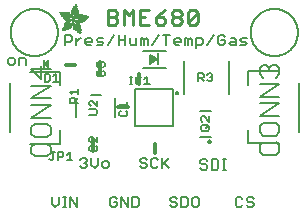
<source format=gbr>
G04 EAGLE Gerber RS-274X export*
G75*
%MOMM*%
%FSLAX34Y34*%
%LPD*%
%INSilkscreen Top*%
%IPPOS*%
%AMOC8*
5,1,8,0,0,1.08239X$1,22.5*%
G01*
%ADD10C,0.152400*%
%ADD11C,0.228600*%
%ADD12C,0.127000*%
%ADD13C,0.304800*%
%ADD14C,0.203200*%
%ADD15R,0.127000X0.762000*%
%ADD16R,0.200000X1.000000*%
%ADD17R,0.034300X0.003800*%
%ADD18R,0.057200X0.003800*%
%ADD19R,0.076200X0.003800*%
%ADD20R,0.091400X0.003800*%
%ADD21R,0.102900X0.003800*%
%ADD22R,0.114300X0.003900*%
%ADD23R,0.129500X0.003800*%
%ADD24R,0.137200X0.003800*%
%ADD25R,0.144800X0.003800*%
%ADD26R,0.152400X0.003800*%
%ADD27R,0.160000X0.003800*%
%ADD28R,0.171500X0.003800*%
%ADD29R,0.175300X0.003800*%
%ADD30R,0.182900X0.003800*%
%ADD31R,0.190500X0.003800*%
%ADD32R,0.194300X0.003900*%
%ADD33R,0.201900X0.003800*%
%ADD34R,0.209500X0.003800*%
%ADD35R,0.213400X0.003800*%
%ADD36R,0.221000X0.003800*%
%ADD37R,0.224800X0.003800*%
%ADD38R,0.232400X0.003800*%
%ADD39R,0.240000X0.003800*%
%ADD40R,0.243800X0.003800*%
%ADD41R,0.247600X0.003800*%
%ADD42R,0.255300X0.003900*%
%ADD43R,0.259100X0.003800*%
%ADD44R,0.262900X0.003800*%
%ADD45R,0.270500X0.003800*%
%ADD46R,0.274300X0.003800*%
%ADD47R,0.281900X0.003800*%
%ADD48R,0.285700X0.003800*%
%ADD49R,0.289500X0.003800*%
%ADD50R,0.297200X0.003800*%
%ADD51R,0.301000X0.003800*%
%ADD52R,0.304800X0.003900*%
%ADD53R,0.312400X0.003800*%
%ADD54R,0.316200X0.003800*%
%ADD55R,0.320000X0.003800*%
%ADD56R,0.327600X0.003800*%
%ADD57R,0.331500X0.003800*%
%ADD58R,0.339100X0.003800*%
%ADD59R,0.342900X0.003800*%
%ADD60R,0.346700X0.003800*%
%ADD61R,0.354300X0.003800*%
%ADD62R,0.358100X0.003900*%
%ADD63R,0.361900X0.003800*%
%ADD64R,0.369600X0.003800*%
%ADD65R,0.373400X0.003800*%
%ADD66R,0.377200X0.003800*%
%ADD67R,0.384800X0.003800*%
%ADD68R,0.388600X0.003800*%
%ADD69R,0.396200X0.003800*%
%ADD70R,0.400000X0.003800*%
%ADD71R,0.403800X0.003800*%
%ADD72R,0.411500X0.003900*%
%ADD73R,0.415300X0.003800*%
%ADD74R,0.419100X0.003800*%
%ADD75R,0.045700X0.003800*%
%ADD76R,0.426700X0.003800*%
%ADD77R,0.072400X0.003800*%
%ADD78R,0.430500X0.003800*%
%ADD79R,0.095300X0.003800*%
%ADD80R,0.438100X0.003800*%
%ADD81R,0.110500X0.003800*%
%ADD82R,0.441900X0.003800*%
%ADD83R,0.445800X0.003800*%
%ADD84R,0.144700X0.003800*%
%ADD85R,0.453400X0.003800*%
%ADD86R,0.457200X0.003800*%
%ADD87R,0.175300X0.003900*%
%ADD88R,0.461000X0.003900*%
%ADD89R,0.468600X0.003800*%
%ADD90R,0.205800X0.003800*%
%ADD91R,0.472400X0.003800*%
%ADD92R,0.217200X0.003800*%
%ADD93R,0.476200X0.003800*%
%ADD94R,0.483900X0.003800*%
%ADD95R,0.247700X0.003800*%
%ADD96R,0.487700X0.003800*%
%ADD97R,0.495300X0.003800*%
%ADD98R,0.499100X0.003800*%
%ADD99R,0.502900X0.003800*%
%ADD100R,0.510500X0.003800*%
%ADD101R,0.308600X0.003900*%
%ADD102R,0.514300X0.003900*%
%ADD103R,0.323800X0.003800*%
%ADD104R,0.518100X0.003800*%
%ADD105R,0.335300X0.003800*%
%ADD106R,0.525800X0.003800*%
%ADD107R,0.529600X0.003800*%
%ADD108R,0.358100X0.003800*%
%ADD109R,0.533400X0.003800*%
%ADD110R,0.537200X0.003800*%
%ADD111R,0.381000X0.003800*%
%ADD112R,0.544800X0.003800*%
%ADD113R,0.392400X0.003800*%
%ADD114R,0.548600X0.003800*%
%ADD115R,0.552400X0.003800*%
%ADD116R,0.556200X0.003800*%
%ADD117R,0.422900X0.003900*%
%ADD118R,0.560100X0.003900*%
%ADD119R,0.434300X0.003800*%
%ADD120R,0.563900X0.003800*%
%ADD121R,0.567700X0.003800*%
%ADD122R,0.461000X0.003800*%
%ADD123R,0.571500X0.003800*%
%ADD124R,0.575300X0.003800*%
%ADD125R,0.480100X0.003800*%
%ADD126R,0.579100X0.003800*%
%ADD127R,0.491500X0.003800*%
%ADD128R,0.582900X0.003800*%
%ADD129R,0.586700X0.003800*%
%ADD130R,0.510600X0.003800*%
%ADD131R,0.590500X0.003800*%
%ADD132R,0.522000X0.003800*%
%ADD133R,0.594300X0.003800*%
%ADD134R,0.533400X0.003900*%
%ADD135R,0.598200X0.003900*%
%ADD136R,0.541000X0.003800*%
%ADD137R,0.602000X0.003800*%
%ADD138R,0.552500X0.003800*%
%ADD139R,0.605800X0.003800*%
%ADD140R,0.560100X0.003800*%
%ADD141R,0.609600X0.003800*%
%ADD142R,0.613400X0.003800*%
%ADD143R,0.583000X0.003800*%
%ADD144R,0.617200X0.003800*%
%ADD145R,0.594400X0.003800*%
%ADD146R,0.621000X0.003800*%
%ADD147R,0.598200X0.003800*%
%ADD148R,0.624800X0.003800*%
%ADD149R,0.613500X0.003900*%
%ADD150R,0.628600X0.003900*%
%ADD151R,0.632400X0.003800*%
%ADD152R,0.628600X0.003800*%
%ADD153R,0.636300X0.003800*%
%ADD154R,0.640100X0.003800*%
%ADD155R,0.636200X0.003800*%
%ADD156R,0.643900X0.003800*%
%ADD157R,0.647700X0.003800*%
%ADD158R,0.651500X0.003800*%
%ADD159R,0.659100X0.003800*%
%ADD160R,0.659100X0.003900*%
%ADD161R,0.655300X0.003900*%
%ADD162R,0.662900X0.003800*%
%ADD163R,0.655300X0.003800*%
%ADD164R,0.670500X0.003800*%
%ADD165R,0.670600X0.003800*%
%ADD166R,0.674400X0.003800*%
%ADD167R,0.682000X0.003800*%
%ADD168R,0.666700X0.003800*%
%ADD169R,0.685800X0.003800*%
%ADD170R,0.689600X0.003800*%
%ADD171R,0.693400X0.003900*%
%ADD172R,0.674400X0.003900*%
%ADD173R,0.697200X0.003800*%
%ADD174R,0.678200X0.003800*%
%ADD175R,0.697300X0.003800*%
%ADD176R,0.701100X0.003800*%
%ADD177R,0.704900X0.003800*%
%ADD178R,0.708700X0.003800*%
%ADD179R,0.712500X0.003800*%
%ADD180R,0.716300X0.003800*%
%ADD181R,0.720100X0.003900*%
%ADD182R,0.689600X0.003900*%
%ADD183R,0.720000X0.003800*%
%ADD184R,0.693400X0.003800*%
%ADD185R,0.723900X0.003800*%
%ADD186R,0.727700X0.003800*%
%ADD187R,0.731500X0.003800*%
%ADD188R,0.701000X0.003800*%
%ADD189R,0.735300X0.003800*%
%ADD190R,0.731500X0.003900*%
%ADD191R,0.701000X0.003900*%
%ADD192R,0.704800X0.003800*%
%ADD193R,0.739100X0.003800*%
%ADD194R,0.743000X0.003800*%
%ADD195R,0.739200X0.003800*%
%ADD196R,0.743000X0.003900*%
%ADD197R,0.704800X0.003900*%
%ADD198R,0.746800X0.003800*%
%ADD199R,0.746800X0.003900*%
%ADD200R,0.742900X0.003800*%
%ADD201R,0.746700X0.003800*%
%ADD202R,0.746700X0.003900*%
%ADD203R,1.428800X0.003800*%
%ADD204R,1.424900X0.003800*%
%ADD205R,1.421100X0.003900*%
%ADD206R,1.421100X0.003800*%
%ADD207R,1.417300X0.003800*%
%ADD208R,1.413500X0.003800*%
%ADD209R,1.409700X0.003800*%
%ADD210R,1.405900X0.003800*%
%ADD211R,1.402100X0.003800*%
%ADD212R,1.398300X0.003800*%
%ADD213R,0.983000X0.003900*%
%ADD214R,0.384800X0.003900*%
%ADD215R,0.971600X0.003800*%
%ADD216R,0.963900X0.003800*%
%ADD217R,0.956300X0.003800*%
%ADD218R,0.365800X0.003800*%
%ADD219R,0.952500X0.003800*%
%ADD220R,0.941000X0.003800*%
%ADD221R,0.358200X0.003800*%
%ADD222R,0.937200X0.003800*%
%ADD223R,0.933400X0.003800*%
%ADD224R,0.354400X0.003800*%
%ADD225R,0.925800X0.003800*%
%ADD226R,0.350500X0.003800*%
%ADD227R,0.922000X0.003800*%
%ADD228R,0.918200X0.003900*%
%ADD229R,0.346700X0.003900*%
%ADD230R,0.910600X0.003800*%
%ADD231R,0.906800X0.003800*%
%ADD232R,0.903000X0.003800*%
%ADD233R,0.339000X0.003800*%
%ADD234R,0.895300X0.003800*%
%ADD235R,0.335200X0.003800*%
%ADD236R,0.887700X0.003800*%
%ADD237R,0.883900X0.003800*%
%ADD238R,0.331400X0.003800*%
%ADD239R,0.880100X0.003800*%
%ADD240R,0.876300X0.003800*%
%ADD241R,0.468600X0.003900*%
%ADD242R,0.396200X0.003900*%
%ADD243R,0.323800X0.003900*%
%ADD244R,0.449600X0.003800*%
%ADD245R,0.323900X0.003800*%
%ADD246R,0.442000X0.003800*%
%ADD247R,0.434400X0.003800*%
%ADD248R,0.320100X0.003800*%
%ADD249R,0.316300X0.003800*%
%ADD250R,0.426800X0.003800*%
%ADD251R,0.327700X0.003800*%
%ADD252R,0.312500X0.003800*%
%ADD253R,0.422900X0.003800*%
%ADD254R,0.308600X0.003800*%
%ADD255R,0.293400X0.003800*%
%ADD256R,0.304800X0.003800*%
%ADD257R,0.419100X0.003900*%
%ADD258R,0.285700X0.003900*%
%ADD259R,0.301000X0.003900*%
%ADD260R,0.411500X0.003800*%
%ADD261R,0.407700X0.003800*%
%ADD262R,0.289600X0.003800*%
%ADD263R,0.285800X0.003800*%
%ADD264R,0.403900X0.003800*%
%ADD265R,0.228600X0.003800*%
%ADD266R,0.403900X0.003900*%
%ADD267R,0.221000X0.003900*%
%ADD268R,0.278100X0.003900*%
%ADD269R,0.400100X0.003800*%
%ADD270R,0.209600X0.003800*%
%ADD271R,0.266700X0.003800*%
%ADD272R,0.038100X0.003800*%
%ADD273R,0.194300X0.003800*%
%ADD274R,0.148600X0.003800*%
%ADD275R,0.259000X0.003800*%
%ADD276R,0.182800X0.003800*%
%ADD277R,0.186700X0.003800*%
%ADD278R,0.251400X0.003800*%
%ADD279R,0.179100X0.003800*%
%ADD280R,0.236200X0.003800*%
%ADD281R,0.243900X0.003900*%
%ADD282R,0.282000X0.003900*%
%ADD283R,0.167700X0.003800*%
%ADD284R,0.236300X0.003800*%
%ADD285R,0.396300X0.003800*%
%ADD286R,0.163900X0.003800*%
%ADD287R,0.392500X0.003800*%
%ADD288R,0.160100X0.003800*%
%ADD289R,0.586800X0.003800*%
%ADD290R,0.148500X0.003800*%
%ADD291R,0.140900X0.003800*%
%ADD292R,0.392400X0.003900*%
%ADD293R,0.140900X0.003900*%
%ADD294R,0.647700X0.003900*%
%ADD295R,0.133300X0.003800*%
%ADD296R,0.674300X0.003800*%
%ADD297R,0.388700X0.003800*%
%ADD298R,0.125700X0.003800*%
%ADD299R,0.121900X0.003800*%
%ADD300R,0.720100X0.003800*%
%ADD301R,0.118100X0.003800*%
%ADD302R,0.118100X0.003900*%
%ADD303R,0.739100X0.003900*%
%ADD304R,0.114300X0.003800*%
%ADD305R,0.754400X0.003800*%
%ADD306R,0.765800X0.003800*%
%ADD307R,0.773400X0.003800*%
%ADD308R,0.784800X0.003800*%
%ADD309R,0.118200X0.003800*%
%ADD310R,0.792500X0.003800*%
%ADD311R,0.803900X0.003800*%
%ADD312R,0.122000X0.003800*%
%ADD313R,0.815400X0.003800*%
%ADD314R,0.125800X0.003800*%
%ADD315R,0.826800X0.003800*%
%ADD316R,0.369500X0.003900*%
%ADD317R,0.133400X0.003900*%
%ADD318R,0.842000X0.003900*%
%ADD319R,0.365700X0.003800*%
%ADD320R,1.009700X0.003800*%
%ADD321R,1.013500X0.003800*%
%ADD322R,0.362000X0.003800*%
%ADD323R,1.024900X0.003800*%
%ADD324R,1.028700X0.003800*%
%ADD325R,1.036300X0.003800*%
%ADD326R,1.047800X0.003800*%
%ADD327R,1.055400X0.003800*%
%ADD328R,1.070600X0.003800*%
%ADD329R,0.030500X0.003800*%
%ADD330R,1.436400X0.003800*%
%ADD331R,1.562100X0.003900*%
%ADD332R,1.588700X0.003800*%
%ADD333R,1.607800X0.003800*%
%ADD334R,1.626900X0.003800*%
%ADD335R,1.642100X0.003800*%
%ADD336R,1.657400X0.003800*%
%ADD337R,1.676400X0.003800*%
%ADD338R,1.687800X0.003800*%
%ADD339R,1.703000X0.003800*%
%ADD340R,1.714500X0.003800*%
%ADD341R,1.726000X0.003900*%
%ADD342R,1.741200X0.003800*%
%ADD343R,0.914400X0.003800*%
%ADD344R,0.769600X0.003800*%
%ADD345R,0.884000X0.003800*%
%ADD346R,0.712400X0.003800*%
%ADD347R,0.880100X0.003900*%
%ADD348R,0.887800X0.003800*%
%ADD349R,0.891600X0.003800*%
%ADD350R,0.895400X0.003800*%
%ADD351R,0.251500X0.003800*%
%ADD352R,0.579200X0.003900*%
%ADD353R,0.243900X0.003800*%
%ADD354R,0.556300X0.003800*%
%ADD355R,0.255200X0.003800*%
%ADD356R,0.529500X0.003800*%
%ADD357R,0.731600X0.003800*%
%ADD358R,0.525800X0.003900*%
%ADD359R,0.281900X0.003900*%
%ADD360R,0.735400X0.003900*%
%ADD361R,0.300900X0.003800*%
%ADD362R,0.762000X0.003800*%
%ADD363R,0.518200X0.003800*%
%ADD364R,0.350600X0.003800*%
%ADD365R,0.796300X0.003800*%
%ADD366R,0.807800X0.003800*%
%ADD367R,0.506700X0.003800*%
%ADD368R,0.849600X0.003800*%
%ADD369R,0.506700X0.003900*%
%ADD370R,1.371600X0.003900*%
%ADD371R,1.207800X0.003800*%
%ADD372R,0.503000X0.003800*%
%ADD373R,0.141000X0.003800*%
%ADD374R,1.203900X0.003800*%
%ADD375R,1.204000X0.003800*%
%ADD376R,1.200200X0.003800*%
%ADD377R,0.499100X0.003900*%
%ADD378R,0.156200X0.003900*%
%ADD379R,1.196400X0.003900*%
%ADD380R,1.196400X0.003800*%
%ADD381R,0.163800X0.003800*%
%ADD382R,0.167600X0.003800*%
%ADD383R,1.192500X0.003800*%
%ADD384R,0.499200X0.003800*%
%ADD385R,1.188700X0.003800*%
%ADD386R,0.506800X0.003800*%
%ADD387R,1.184900X0.003800*%
%ADD388R,0.510600X0.003900*%
%ADD389R,0.209600X0.003900*%
%ADD390R,1.181100X0.003900*%
%ADD391R,0.514400X0.003800*%
%ADD392R,1.181100X0.003800*%
%ADD393R,1.177300X0.003800*%
%ADD394R,0.240100X0.003800*%
%ADD395R,1.173500X0.003800*%
%ADD396R,1.169700X0.003800*%
%ADD397R,1.165900X0.003800*%
%ADD398R,1.162100X0.003800*%
%ADD399R,0.929700X0.003900*%
%ADD400R,1.162100X0.003900*%
%ADD401R,0.929700X0.003800*%
%ADD402R,1.154500X0.003800*%
%ADD403R,0.933500X0.003800*%
%ADD404R,1.150600X0.003800*%
%ADD405R,0.937300X0.003800*%
%ADD406R,1.146800X0.003800*%
%ADD407R,0.941100X0.003800*%
%ADD408R,1.139200X0.003800*%
%ADD409R,0.944900X0.003800*%
%ADD410R,1.135400X0.003800*%
%ADD411R,0.948700X0.003800*%
%ADD412R,1.127800X0.003800*%
%ADD413R,1.124000X0.003800*%
%ADD414R,1.116400X0.003800*%
%ADD415R,0.956300X0.003900*%
%ADD416R,1.104900X0.003900*%
%ADD417R,0.960100X0.003800*%
%ADD418R,1.093500X0.003800*%
%ADD419R,1.085900X0.003800*%
%ADD420R,0.967800X0.003800*%
%ADD421R,1.074500X0.003800*%
%ADD422R,1.063000X0.003800*%
%ADD423R,0.975400X0.003800*%
%ADD424R,1.036400X0.003800*%
%ADD425R,0.979200X0.003800*%
%ADD426R,1.021000X0.003800*%
%ADD427R,0.983000X0.003800*%
%ADD428R,1.009600X0.003800*%
%ADD429R,0.986800X0.003800*%
%ADD430R,0.998200X0.003800*%
%ADD431R,0.990600X0.003900*%
%ADD432R,0.986700X0.003900*%
%ADD433R,0.994400X0.003800*%
%ADD434R,0.975300X0.003800*%
%ADD435R,0.948600X0.003800*%
%ADD436R,1.002000X0.003800*%
%ADD437R,0.213300X0.003800*%
%ADD438R,0.217100X0.003800*%
%ADD439R,1.017300X0.003800*%
%ADD440R,0.666800X0.003800*%
%ADD441R,0.220900X0.003800*%
%ADD442R,1.028700X0.003900*%
%ADD443R,0.224700X0.003900*%
%ADD444R,1.032500X0.003800*%
%ADD445R,1.040100X0.003800*%
%ADD446R,1.043900X0.003800*%
%ADD447R,0.548700X0.003800*%
%ADD448R,1.051500X0.003800*%
%ADD449R,1.055300X0.003800*%
%ADD450R,1.059100X0.003800*%
%ADD451R,1.062900X0.003800*%
%ADD452R,0.255300X0.003800*%
%ADD453R,1.066800X0.003900*%
%ADD454R,0.259100X0.003900*%
%ADD455R,0.457200X0.003900*%
%ADD456R,0.423000X0.003800*%
%ADD457R,1.082100X0.003800*%
%ADD458R,0.274400X0.003800*%
%ADD459R,0.278200X0.003800*%
%ADD460R,1.101100X0.003800*%
%ADD461R,0.278100X0.003800*%
%ADD462R,0.876300X0.003900*%
%ADD463R,0.236200X0.003900*%
%ADD464R,0.289600X0.003900*%
%ADD465R,0.247700X0.003900*%
%ADD466R,0.049500X0.003800*%
%ADD467R,0.640100X0.003900*%
%ADD468R,0.659200X0.003800*%
%ADD469R,0.663000X0.003800*%
%ADD470R,0.872500X0.003900*%
%ADD471R,0.666800X0.003900*%
%ADD472R,0.872500X0.003800*%
%ADD473R,0.868700X0.003800*%
%ADD474R,0.864900X0.003800*%
%ADD475R,0.861100X0.003800*%
%ADD476R,0.857300X0.003800*%
%ADD477R,0.853400X0.003800*%
%ADD478R,0.845800X0.003800*%
%ADD479R,0.682000X0.003900*%
%ADD480R,0.842000X0.003800*%
%ADD481R,0.834400X0.003800*%
%ADD482R,0.823000X0.003800*%
%ADD483R,0.815300X0.003800*%
%ADD484R,0.811500X0.003800*%
%ADD485R,0.788700X0.003800*%
%ADD486R,0.777300X0.003900*%
%ADD487R,0.750600X0.003800*%
%ADD488R,0.735400X0.003800*%
%ADD489R,0.727800X0.003800*%
%ADD490R,0.628700X0.003800*%
%ADD491R,0.575400X0.003800*%
%ADD492R,0.670600X0.003900*%
%ADD493R,0.655400X0.003800*%
%ADD494R,0.651500X0.003900*%
%ADD495R,0.624800X0.003900*%
%ADD496R,0.594400X0.003900*%
%ADD497R,0.563900X0.003900*%
%ADD498R,0.541100X0.003800*%
%ADD499R,0.537300X0.003800*%
%ADD500R,0.525700X0.003800*%
%ADD501R,0.525700X0.003900*%
%ADD502R,0.514300X0.003800*%
%ADD503R,0.480100X0.003900*%
%ADD504R,0.464800X0.003800*%
%ADD505R,0.442000X0.003900*%
%ADD506R,0.438200X0.003800*%
%ADD507R,0.430600X0.003800*%
%ADD508R,0.407600X0.003800*%
%ADD509R,0.403800X0.003900*%
%ADD510R,0.365700X0.003900*%
%ADD511R,0.327700X0.003900*%
%ADD512R,0.243800X0.003900*%
%ADD513R,0.205800X0.003900*%
%ADD514R,0.198100X0.003800*%
%ADD515R,0.163800X0.003900*%
%ADD516R,0.137100X0.003800*%
%ADD517R,0.091500X0.003900*%
%ADD518R,0.060900X0.003800*%

G36*
X125045Y126533D02*
X125045Y126533D01*
X125116Y126531D01*
X125186Y126550D01*
X125257Y126558D01*
X125312Y126583D01*
X125391Y126603D01*
X125494Y126664D01*
X125563Y126695D01*
X128563Y128695D01*
X128650Y128772D01*
X128740Y128845D01*
X128755Y128867D01*
X128775Y128885D01*
X128837Y128982D01*
X128904Y129077D01*
X128912Y129103D01*
X128927Y129125D01*
X128959Y129236D01*
X128997Y129346D01*
X128998Y129373D01*
X129005Y129398D01*
X129005Y129514D01*
X129011Y129630D01*
X129005Y129656D01*
X129005Y129683D01*
X128973Y129794D01*
X128947Y129907D01*
X128934Y129930D01*
X128926Y129956D01*
X128864Y130054D01*
X128808Y130155D01*
X128790Y130171D01*
X128775Y130196D01*
X128567Y130381D01*
X128563Y130385D01*
X125563Y132385D01*
X125499Y132416D01*
X125439Y132456D01*
X125371Y132477D01*
X125307Y132508D01*
X125236Y132520D01*
X125168Y132541D01*
X125097Y132543D01*
X125027Y132555D01*
X124955Y132547D01*
X124884Y132549D01*
X124815Y132531D01*
X124744Y132522D01*
X124678Y132495D01*
X124609Y132477D01*
X124548Y132440D01*
X124482Y132413D01*
X124426Y132368D01*
X124364Y132332D01*
X124315Y132280D01*
X124260Y132235D01*
X124219Y132177D01*
X124170Y132124D01*
X124137Y132061D01*
X124096Y132003D01*
X124073Y131935D01*
X124040Y131871D01*
X124030Y131812D01*
X124003Y131734D01*
X123997Y131615D01*
X123985Y131540D01*
X123985Y127540D01*
X123995Y127469D01*
X123995Y127397D01*
X124015Y127329D01*
X124025Y127259D01*
X124054Y127193D01*
X124074Y127124D01*
X124112Y127064D01*
X124141Y126999D01*
X124187Y126944D01*
X124225Y126884D01*
X124279Y126836D01*
X124325Y126782D01*
X124384Y126742D01*
X124438Y126695D01*
X124502Y126664D01*
X124561Y126625D01*
X124630Y126603D01*
X124694Y126572D01*
X124764Y126560D01*
X124832Y126539D01*
X124904Y126537D01*
X124975Y126525D01*
X125045Y126533D01*
G37*
G36*
X37348Y122433D02*
X37348Y122433D01*
X37377Y122430D01*
X37469Y122450D01*
X37562Y122463D01*
X37589Y122476D01*
X37618Y122482D01*
X37698Y122530D01*
X37782Y122572D01*
X37803Y122593D01*
X37829Y122608D01*
X37890Y122680D01*
X37956Y122746D01*
X37969Y122772D01*
X37989Y122795D01*
X38024Y122882D01*
X38066Y122966D01*
X38070Y122996D01*
X38081Y123023D01*
X38099Y123190D01*
X38099Y128270D01*
X38094Y128299D01*
X38097Y128329D01*
X38075Y128420D01*
X38060Y128513D01*
X38046Y128539D01*
X38039Y128568D01*
X37988Y128647D01*
X37944Y128730D01*
X37923Y128751D01*
X37907Y128776D01*
X37834Y128835D01*
X37766Y128900D01*
X37739Y128912D01*
X37716Y128931D01*
X37628Y128964D01*
X37543Y129003D01*
X37513Y129006D01*
X37486Y129017D01*
X37392Y129020D01*
X37299Y129030D01*
X37269Y129024D01*
X37240Y129025D01*
X37150Y128998D01*
X37058Y128978D01*
X37033Y128963D01*
X37004Y128954D01*
X36862Y128864D01*
X33687Y126324D01*
X33618Y126247D01*
X33545Y126174D01*
X33536Y126157D01*
X33523Y126142D01*
X33481Y126046D01*
X33435Y125954D01*
X33433Y125934D01*
X33425Y125916D01*
X33416Y125813D01*
X33402Y125710D01*
X33406Y125691D01*
X33404Y125671D01*
X33429Y125570D01*
X33448Y125468D01*
X33458Y125451D01*
X33462Y125432D01*
X33518Y125345D01*
X33569Y125254D01*
X33586Y125237D01*
X33594Y125224D01*
X33619Y125204D01*
X33687Y125136D01*
X36862Y122596D01*
X36888Y122581D01*
X36910Y122561D01*
X36995Y122521D01*
X37077Y122475D01*
X37106Y122469D01*
X37133Y122457D01*
X37226Y122447D01*
X37318Y122429D01*
X37348Y122433D01*
G37*
D10*
X40358Y13215D02*
X40358Y7453D01*
X43240Y4572D01*
X46121Y7453D01*
X46121Y13215D01*
X49714Y4572D02*
X52595Y4572D01*
X51154Y4572D02*
X51154Y13215D01*
X49714Y13215D02*
X52595Y13215D01*
X55950Y13215D02*
X55950Y4572D01*
X61713Y4572D02*
X55950Y13215D01*
X61713Y13215D02*
X61713Y4572D01*
X64199Y44795D02*
X65640Y46235D01*
X68521Y46235D01*
X69961Y44795D01*
X69961Y43354D01*
X68521Y41914D01*
X67080Y41914D01*
X68521Y41914D02*
X69961Y40473D01*
X69961Y39033D01*
X68521Y37592D01*
X65640Y37592D01*
X64199Y39033D01*
X73554Y40473D02*
X73554Y46235D01*
X73554Y40473D02*
X76436Y37592D01*
X79317Y40473D01*
X79317Y46235D01*
X84350Y37592D02*
X87231Y37592D01*
X88672Y39033D01*
X88672Y41914D01*
X87231Y43354D01*
X84350Y43354D01*
X82910Y41914D01*
X82910Y39033D01*
X84350Y37592D01*
X93921Y13215D02*
X95361Y11775D01*
X93921Y13215D02*
X91040Y13215D01*
X89599Y11775D01*
X89599Y6013D01*
X91040Y4572D01*
X93921Y4572D01*
X95361Y6013D01*
X95361Y8894D01*
X92480Y8894D01*
X98954Y13215D02*
X98954Y4572D01*
X104717Y4572D02*
X98954Y13215D01*
X104717Y13215D02*
X104717Y4572D01*
X108310Y4572D02*
X108310Y13215D01*
X108310Y4572D02*
X112631Y4572D01*
X114072Y6013D01*
X114072Y11775D01*
X112631Y13215D01*
X108310Y13215D01*
X120761Y44795D02*
X119321Y46235D01*
X116440Y46235D01*
X114999Y44795D01*
X114999Y43354D01*
X116440Y41914D01*
X119321Y41914D01*
X120761Y40473D01*
X120761Y39033D01*
X119321Y37592D01*
X116440Y37592D01*
X114999Y39033D01*
X128676Y46235D02*
X130117Y44795D01*
X128676Y46235D02*
X125795Y46235D01*
X124354Y44795D01*
X124354Y39033D01*
X125795Y37592D01*
X128676Y37592D01*
X130117Y39033D01*
X133710Y37592D02*
X133710Y46235D01*
X133710Y40473D02*
X139472Y46235D01*
X135150Y41914D02*
X139472Y37592D01*
X170410Y44965D02*
X171851Y43525D01*
X170410Y44965D02*
X167529Y44965D01*
X166088Y43525D01*
X166088Y42084D01*
X167529Y40644D01*
X170410Y40644D01*
X171851Y39203D01*
X171851Y37763D01*
X170410Y36322D01*
X167529Y36322D01*
X166088Y37763D01*
X175444Y36322D02*
X175444Y44965D01*
X175444Y36322D02*
X179765Y36322D01*
X181206Y37763D01*
X181206Y43525D01*
X179765Y44965D01*
X175444Y44965D01*
X184799Y36322D02*
X187680Y36322D01*
X186239Y36322D02*
X186239Y44965D01*
X184799Y44965D02*
X187680Y44965D01*
D11*
X87448Y158877D02*
X87448Y171334D01*
X93676Y171334D01*
X95752Y169258D01*
X95752Y167181D01*
X93676Y165105D01*
X95752Y163029D01*
X95752Y160953D01*
X93676Y158877D01*
X87448Y158877D01*
X87448Y165105D02*
X93676Y165105D01*
X101013Y158877D02*
X101013Y171334D01*
X105165Y167181D01*
X109317Y171334D01*
X109317Y158877D01*
X114578Y171334D02*
X122882Y171334D01*
X114578Y171334D02*
X114578Y158877D01*
X122882Y158877D01*
X118730Y165105D02*
X114578Y165105D01*
X132295Y169258D02*
X136447Y171334D01*
X132295Y169258D02*
X128143Y165105D01*
X128143Y160953D01*
X130219Y158877D01*
X134371Y158877D01*
X136447Y160953D01*
X136447Y163029D01*
X134371Y165105D01*
X128143Y165105D01*
X141708Y169258D02*
X143784Y171334D01*
X147936Y171334D01*
X150012Y169258D01*
X150012Y167181D01*
X147936Y165105D01*
X150012Y163029D01*
X150012Y160953D01*
X147936Y158877D01*
X143784Y158877D01*
X141708Y160953D01*
X141708Y163029D01*
X143784Y165105D01*
X141708Y167181D01*
X141708Y169258D01*
X143784Y165105D02*
X147936Y165105D01*
X155273Y160953D02*
X155273Y169258D01*
X157349Y171334D01*
X161501Y171334D01*
X163577Y169258D01*
X163577Y160953D01*
X161501Y158877D01*
X157349Y158877D01*
X155273Y160953D01*
X163577Y169258D01*
D10*
X51562Y150375D02*
X51562Y141732D01*
X51562Y150375D02*
X55884Y150375D01*
X57325Y148935D01*
X57325Y146054D01*
X55884Y144613D01*
X51562Y144613D01*
X60918Y141732D02*
X60918Y147494D01*
X60918Y144613D02*
X63799Y147494D01*
X65239Y147494D01*
X70154Y141732D02*
X73035Y141732D01*
X70154Y141732D02*
X68714Y143173D01*
X68714Y146054D01*
X70154Y147494D01*
X73035Y147494D01*
X74476Y146054D01*
X74476Y144613D01*
X68714Y144613D01*
X78069Y141732D02*
X82390Y141732D01*
X83831Y143173D01*
X82390Y144613D01*
X79509Y144613D01*
X78069Y146054D01*
X79509Y147494D01*
X83831Y147494D01*
X87424Y141732D02*
X93186Y150375D01*
X96779Y150375D02*
X96779Y141732D01*
X96779Y146054D02*
X102541Y146054D01*
X102541Y150375D02*
X102541Y141732D01*
X106134Y143173D02*
X106134Y147494D01*
X106134Y143173D02*
X107575Y141732D01*
X111897Y141732D01*
X111897Y147494D01*
X115490Y147494D02*
X115490Y141732D01*
X115490Y147494D02*
X116930Y147494D01*
X118371Y146054D01*
X118371Y141732D01*
X118371Y146054D02*
X119811Y147494D01*
X121252Y146054D01*
X121252Y141732D01*
X124845Y141732D02*
X130607Y150375D01*
X137081Y150375D02*
X137081Y141732D01*
X134200Y150375D02*
X139962Y150375D01*
X144996Y141732D02*
X147877Y141732D01*
X144996Y141732D02*
X143555Y143173D01*
X143555Y146054D01*
X144996Y147494D01*
X147877Y147494D01*
X149317Y146054D01*
X149317Y144613D01*
X143555Y144613D01*
X152910Y141732D02*
X152910Y147494D01*
X154351Y147494D01*
X155791Y146054D01*
X155791Y141732D01*
X155791Y146054D02*
X157232Y147494D01*
X158673Y146054D01*
X158673Y141732D01*
X162265Y138851D02*
X162265Y147494D01*
X166587Y147494D01*
X168028Y146054D01*
X168028Y143173D01*
X166587Y141732D01*
X162265Y141732D01*
X171621Y141732D02*
X177383Y150375D01*
X185298Y150375D02*
X186738Y148935D01*
X185298Y150375D02*
X182416Y150375D01*
X180976Y148935D01*
X180976Y143173D01*
X182416Y141732D01*
X185298Y141732D01*
X186738Y143173D01*
X186738Y146054D01*
X183857Y146054D01*
X191772Y147494D02*
X194653Y147494D01*
X196093Y146054D01*
X196093Y141732D01*
X191772Y141732D01*
X190331Y143173D01*
X191772Y144613D01*
X196093Y144613D01*
X199686Y141732D02*
X204008Y141732D01*
X205448Y143173D01*
X204008Y144613D01*
X201127Y144613D01*
X199686Y146054D01*
X201127Y147494D01*
X205448Y147494D01*
D12*
X7624Y125095D02*
X4658Y125095D01*
X7624Y125095D02*
X9107Y126578D01*
X9107Y129544D01*
X7624Y131027D01*
X4658Y131027D01*
X3175Y129544D01*
X3175Y126578D01*
X4658Y125095D01*
X12530Y125095D02*
X12530Y131027D01*
X16979Y131027D01*
X18462Y129544D01*
X18462Y125095D01*
D10*
X200199Y13215D02*
X201639Y11775D01*
X200199Y13215D02*
X197317Y13215D01*
X195877Y11775D01*
X195877Y6013D01*
X197317Y4572D01*
X200199Y4572D01*
X201639Y6013D01*
X209554Y13215D02*
X210994Y11775D01*
X209554Y13215D02*
X206673Y13215D01*
X205232Y11775D01*
X205232Y10334D01*
X206673Y8894D01*
X209554Y8894D01*
X210994Y7453D01*
X210994Y6013D01*
X209554Y4572D01*
X206673Y4572D01*
X205232Y6013D01*
X146161Y11775D02*
X144721Y13215D01*
X141840Y13215D01*
X140399Y11775D01*
X140399Y10334D01*
X141840Y8894D01*
X144721Y8894D01*
X146161Y7453D01*
X146161Y6013D01*
X144721Y4572D01*
X141840Y4572D01*
X140399Y6013D01*
X149754Y4572D02*
X149754Y13215D01*
X149754Y4572D02*
X154076Y4572D01*
X155517Y6013D01*
X155517Y11775D01*
X154076Y13215D01*
X149754Y13215D01*
X160550Y13215D02*
X163431Y13215D01*
X160550Y13215D02*
X159110Y11775D01*
X159110Y6013D01*
X160550Y4572D01*
X163431Y4572D01*
X164872Y6013D01*
X164872Y11775D01*
X163431Y13215D01*
D13*
X74930Y52070D02*
X74930Y62230D01*
D10*
X72978Y56240D02*
X71876Y55139D01*
X71876Y52935D01*
X72978Y51834D01*
X77384Y51834D01*
X78486Y52935D01*
X78486Y55139D01*
X77384Y56240D01*
X78486Y59318D02*
X78486Y63724D01*
X78486Y59318D02*
X74080Y63724D01*
X72978Y63724D01*
X71876Y62623D01*
X71876Y60419D01*
X72978Y59318D01*
D14*
X60970Y80900D02*
X60970Y96900D01*
X93970Y96900D02*
X93970Y80900D01*
X81470Y99400D02*
X73470Y99400D01*
D10*
X71876Y82854D02*
X77384Y82854D01*
X78486Y83955D01*
X78486Y86159D01*
X77384Y87260D01*
X71876Y87260D01*
X78486Y90338D02*
X78486Y94744D01*
X78486Y90338D02*
X74080Y94744D01*
X72978Y94744D01*
X71876Y93643D01*
X71876Y91439D01*
X72978Y90338D01*
D13*
X81280Y116840D02*
X81280Y127000D01*
D10*
X79328Y119740D02*
X78226Y118639D01*
X78226Y116435D01*
X79328Y115334D01*
X83734Y115334D01*
X84836Y116435D01*
X84836Y118639D01*
X83734Y119740D01*
X79328Y122818D02*
X78226Y123919D01*
X78226Y126123D01*
X79328Y127224D01*
X80430Y127224D01*
X81531Y126123D01*
X81531Y125021D01*
X81531Y126123D02*
X82633Y127224D01*
X83734Y127224D01*
X84836Y126123D01*
X84836Y123919D01*
X83734Y122818D01*
D13*
X96330Y89154D02*
X104330Y89154D01*
D10*
X98378Y85704D02*
X97276Y84603D01*
X97276Y82399D01*
X98378Y81298D01*
X102784Y81298D01*
X103886Y82399D01*
X103886Y84603D01*
X102784Y85704D01*
X99480Y88782D02*
X97276Y90985D01*
X103886Y90985D01*
X103886Y88782D02*
X103886Y93188D01*
D14*
X152450Y100300D02*
X152450Y128300D01*
X190450Y128300D02*
X190450Y100300D01*
D10*
X164354Y111254D02*
X164354Y117864D01*
X167659Y117864D01*
X168760Y116762D01*
X168760Y114559D01*
X167659Y113457D01*
X164354Y113457D01*
X166557Y113457D02*
X168760Y111254D01*
X171838Y116762D02*
X172939Y117864D01*
X175143Y117864D01*
X176244Y116762D01*
X176244Y115660D01*
X175143Y114559D01*
X174041Y114559D01*
X175143Y114559D02*
X176244Y113457D01*
X176244Y112356D01*
X175143Y111254D01*
X172939Y111254D01*
X171838Y112356D01*
D14*
X174680Y63930D02*
X165680Y63930D01*
X165680Y85930D02*
X174680Y85930D01*
X172680Y59930D02*
X172682Y59993D01*
X172688Y60055D01*
X172698Y60117D01*
X172711Y60179D01*
X172729Y60239D01*
X172750Y60298D01*
X172775Y60356D01*
X172804Y60412D01*
X172836Y60466D01*
X172871Y60518D01*
X172909Y60567D01*
X172951Y60615D01*
X172995Y60659D01*
X173043Y60701D01*
X173092Y60739D01*
X173144Y60774D01*
X173198Y60806D01*
X173254Y60835D01*
X173312Y60860D01*
X173371Y60881D01*
X173431Y60899D01*
X173493Y60912D01*
X173555Y60922D01*
X173617Y60928D01*
X173680Y60930D01*
X173743Y60928D01*
X173805Y60922D01*
X173867Y60912D01*
X173929Y60899D01*
X173989Y60881D01*
X174048Y60860D01*
X174106Y60835D01*
X174162Y60806D01*
X174216Y60774D01*
X174268Y60739D01*
X174317Y60701D01*
X174365Y60659D01*
X174409Y60615D01*
X174451Y60567D01*
X174489Y60518D01*
X174524Y60466D01*
X174556Y60412D01*
X174585Y60356D01*
X174610Y60298D01*
X174631Y60239D01*
X174649Y60179D01*
X174662Y60117D01*
X174672Y60055D01*
X174678Y59993D01*
X174680Y59930D01*
X174678Y59867D01*
X174672Y59805D01*
X174662Y59743D01*
X174649Y59681D01*
X174631Y59621D01*
X174610Y59562D01*
X174585Y59504D01*
X174556Y59448D01*
X174524Y59394D01*
X174489Y59342D01*
X174451Y59293D01*
X174409Y59245D01*
X174365Y59201D01*
X174317Y59159D01*
X174268Y59121D01*
X174216Y59086D01*
X174162Y59054D01*
X174106Y59025D01*
X174048Y59000D01*
X173989Y58979D01*
X173929Y58961D01*
X173867Y58948D01*
X173805Y58938D01*
X173743Y58932D01*
X173680Y58930D01*
X173617Y58932D01*
X173555Y58938D01*
X173493Y58948D01*
X173431Y58961D01*
X173371Y58979D01*
X173312Y59000D01*
X173254Y59025D01*
X173198Y59054D01*
X173144Y59086D01*
X173092Y59121D01*
X173043Y59159D01*
X172995Y59201D01*
X172951Y59245D01*
X172909Y59293D01*
X172871Y59342D01*
X172836Y59394D01*
X172804Y59448D01*
X172775Y59504D01*
X172750Y59562D01*
X172729Y59621D01*
X172711Y59681D01*
X172698Y59743D01*
X172688Y59805D01*
X172682Y59867D01*
X172680Y59930D01*
D10*
X172126Y69342D02*
X167720Y69342D01*
X166618Y70444D01*
X166618Y72647D01*
X167720Y73748D01*
X172126Y73748D01*
X173228Y72647D01*
X173228Y70444D01*
X172126Y69342D01*
X171025Y71545D02*
X173228Y73748D01*
X173228Y76826D02*
X173228Y81233D01*
X168822Y81233D02*
X173228Y76826D01*
X168822Y81233D02*
X167720Y81233D01*
X166618Y80131D01*
X166618Y77928D01*
X167720Y76826D01*
D14*
X5400Y152400D02*
X5406Y152891D01*
X5424Y153381D01*
X5454Y153871D01*
X5496Y154360D01*
X5550Y154848D01*
X5616Y155335D01*
X5694Y155819D01*
X5784Y156302D01*
X5886Y156782D01*
X5999Y157260D01*
X6124Y157734D01*
X6261Y158206D01*
X6409Y158674D01*
X6569Y159138D01*
X6740Y159598D01*
X6922Y160054D01*
X7116Y160505D01*
X7320Y160951D01*
X7536Y161392D01*
X7762Y161828D01*
X7998Y162258D01*
X8245Y162682D01*
X8503Y163100D01*
X8771Y163511D01*
X9048Y163916D01*
X9336Y164314D01*
X9633Y164705D01*
X9940Y165088D01*
X10256Y165463D01*
X10581Y165831D01*
X10915Y166191D01*
X11258Y166542D01*
X11609Y166885D01*
X11969Y167219D01*
X12337Y167544D01*
X12712Y167860D01*
X13095Y168167D01*
X13486Y168464D01*
X13884Y168752D01*
X14289Y169029D01*
X14700Y169297D01*
X15118Y169555D01*
X15542Y169802D01*
X15972Y170038D01*
X16408Y170264D01*
X16849Y170480D01*
X17295Y170684D01*
X17746Y170878D01*
X18202Y171060D01*
X18662Y171231D01*
X19126Y171391D01*
X19594Y171539D01*
X20066Y171676D01*
X20540Y171801D01*
X21018Y171914D01*
X21498Y172016D01*
X21981Y172106D01*
X22465Y172184D01*
X22952Y172250D01*
X23440Y172304D01*
X23929Y172346D01*
X24419Y172376D01*
X24909Y172394D01*
X25400Y172400D01*
X25891Y172394D01*
X26381Y172376D01*
X26871Y172346D01*
X27360Y172304D01*
X27848Y172250D01*
X28335Y172184D01*
X28819Y172106D01*
X29302Y172016D01*
X29782Y171914D01*
X30260Y171801D01*
X30734Y171676D01*
X31206Y171539D01*
X31674Y171391D01*
X32138Y171231D01*
X32598Y171060D01*
X33054Y170878D01*
X33505Y170684D01*
X33951Y170480D01*
X34392Y170264D01*
X34828Y170038D01*
X35258Y169802D01*
X35682Y169555D01*
X36100Y169297D01*
X36511Y169029D01*
X36916Y168752D01*
X37314Y168464D01*
X37705Y168167D01*
X38088Y167860D01*
X38463Y167544D01*
X38831Y167219D01*
X39191Y166885D01*
X39542Y166542D01*
X39885Y166191D01*
X40219Y165831D01*
X40544Y165463D01*
X40860Y165088D01*
X41167Y164705D01*
X41464Y164314D01*
X41752Y163916D01*
X42029Y163511D01*
X42297Y163100D01*
X42555Y162682D01*
X42802Y162258D01*
X43038Y161828D01*
X43264Y161392D01*
X43480Y160951D01*
X43684Y160505D01*
X43878Y160054D01*
X44060Y159598D01*
X44231Y159138D01*
X44391Y158674D01*
X44539Y158206D01*
X44676Y157734D01*
X44801Y157260D01*
X44914Y156782D01*
X45016Y156302D01*
X45106Y155819D01*
X45184Y155335D01*
X45250Y154848D01*
X45304Y154360D01*
X45346Y153871D01*
X45376Y153381D01*
X45394Y152891D01*
X45400Y152400D01*
X45394Y151909D01*
X45376Y151419D01*
X45346Y150929D01*
X45304Y150440D01*
X45250Y149952D01*
X45184Y149465D01*
X45106Y148981D01*
X45016Y148498D01*
X44914Y148018D01*
X44801Y147540D01*
X44676Y147066D01*
X44539Y146594D01*
X44391Y146126D01*
X44231Y145662D01*
X44060Y145202D01*
X43878Y144746D01*
X43684Y144295D01*
X43480Y143849D01*
X43264Y143408D01*
X43038Y142972D01*
X42802Y142542D01*
X42555Y142118D01*
X42297Y141700D01*
X42029Y141289D01*
X41752Y140884D01*
X41464Y140486D01*
X41167Y140095D01*
X40860Y139712D01*
X40544Y139337D01*
X40219Y138969D01*
X39885Y138609D01*
X39542Y138258D01*
X39191Y137915D01*
X38831Y137581D01*
X38463Y137256D01*
X38088Y136940D01*
X37705Y136633D01*
X37314Y136336D01*
X36916Y136048D01*
X36511Y135771D01*
X36100Y135503D01*
X35682Y135245D01*
X35258Y134998D01*
X34828Y134762D01*
X34392Y134536D01*
X33951Y134320D01*
X33505Y134116D01*
X33054Y133922D01*
X32598Y133740D01*
X32138Y133569D01*
X31674Y133409D01*
X31206Y133261D01*
X30734Y133124D01*
X30260Y132999D01*
X29782Y132886D01*
X29302Y132784D01*
X28819Y132694D01*
X28335Y132616D01*
X27848Y132550D01*
X27360Y132496D01*
X26871Y132454D01*
X26381Y132424D01*
X25891Y132406D01*
X25400Y132400D01*
X24909Y132406D01*
X24419Y132424D01*
X23929Y132454D01*
X23440Y132496D01*
X22952Y132550D01*
X22465Y132616D01*
X21981Y132694D01*
X21498Y132784D01*
X21018Y132886D01*
X20540Y132999D01*
X20066Y133124D01*
X19594Y133261D01*
X19126Y133409D01*
X18662Y133569D01*
X18202Y133740D01*
X17746Y133922D01*
X17295Y134116D01*
X16849Y134320D01*
X16408Y134536D01*
X15972Y134762D01*
X15542Y134998D01*
X15118Y135245D01*
X14700Y135503D01*
X14289Y135771D01*
X13884Y136048D01*
X13486Y136336D01*
X13095Y136633D01*
X12712Y136940D01*
X12337Y137256D01*
X11969Y137581D01*
X11609Y137915D01*
X11258Y138258D01*
X10915Y138609D01*
X10581Y138969D01*
X10256Y139337D01*
X9940Y139712D01*
X9633Y140095D01*
X9336Y140486D01*
X9048Y140884D01*
X8771Y141289D01*
X8503Y141700D01*
X8245Y142118D01*
X7998Y142542D01*
X7762Y142972D01*
X7536Y143408D01*
X7320Y143849D01*
X7116Y144295D01*
X6922Y144746D01*
X6740Y145202D01*
X6569Y145662D01*
X6409Y146126D01*
X6261Y146594D01*
X6124Y147066D01*
X5999Y147540D01*
X5886Y148018D01*
X5784Y148498D01*
X5694Y148981D01*
X5616Y149465D01*
X5550Y149952D01*
X5496Y150440D01*
X5454Y150929D01*
X5424Y151419D01*
X5406Y151909D01*
X5400Y152400D01*
X208600Y152400D02*
X208606Y152891D01*
X208624Y153381D01*
X208654Y153871D01*
X208696Y154360D01*
X208750Y154848D01*
X208816Y155335D01*
X208894Y155819D01*
X208984Y156302D01*
X209086Y156782D01*
X209199Y157260D01*
X209324Y157734D01*
X209461Y158206D01*
X209609Y158674D01*
X209769Y159138D01*
X209940Y159598D01*
X210122Y160054D01*
X210316Y160505D01*
X210520Y160951D01*
X210736Y161392D01*
X210962Y161828D01*
X211198Y162258D01*
X211445Y162682D01*
X211703Y163100D01*
X211971Y163511D01*
X212248Y163916D01*
X212536Y164314D01*
X212833Y164705D01*
X213140Y165088D01*
X213456Y165463D01*
X213781Y165831D01*
X214115Y166191D01*
X214458Y166542D01*
X214809Y166885D01*
X215169Y167219D01*
X215537Y167544D01*
X215912Y167860D01*
X216295Y168167D01*
X216686Y168464D01*
X217084Y168752D01*
X217489Y169029D01*
X217900Y169297D01*
X218318Y169555D01*
X218742Y169802D01*
X219172Y170038D01*
X219608Y170264D01*
X220049Y170480D01*
X220495Y170684D01*
X220946Y170878D01*
X221402Y171060D01*
X221862Y171231D01*
X222326Y171391D01*
X222794Y171539D01*
X223266Y171676D01*
X223740Y171801D01*
X224218Y171914D01*
X224698Y172016D01*
X225181Y172106D01*
X225665Y172184D01*
X226152Y172250D01*
X226640Y172304D01*
X227129Y172346D01*
X227619Y172376D01*
X228109Y172394D01*
X228600Y172400D01*
X229091Y172394D01*
X229581Y172376D01*
X230071Y172346D01*
X230560Y172304D01*
X231048Y172250D01*
X231535Y172184D01*
X232019Y172106D01*
X232502Y172016D01*
X232982Y171914D01*
X233460Y171801D01*
X233934Y171676D01*
X234406Y171539D01*
X234874Y171391D01*
X235338Y171231D01*
X235798Y171060D01*
X236254Y170878D01*
X236705Y170684D01*
X237151Y170480D01*
X237592Y170264D01*
X238028Y170038D01*
X238458Y169802D01*
X238882Y169555D01*
X239300Y169297D01*
X239711Y169029D01*
X240116Y168752D01*
X240514Y168464D01*
X240905Y168167D01*
X241288Y167860D01*
X241663Y167544D01*
X242031Y167219D01*
X242391Y166885D01*
X242742Y166542D01*
X243085Y166191D01*
X243419Y165831D01*
X243744Y165463D01*
X244060Y165088D01*
X244367Y164705D01*
X244664Y164314D01*
X244952Y163916D01*
X245229Y163511D01*
X245497Y163100D01*
X245755Y162682D01*
X246002Y162258D01*
X246238Y161828D01*
X246464Y161392D01*
X246680Y160951D01*
X246884Y160505D01*
X247078Y160054D01*
X247260Y159598D01*
X247431Y159138D01*
X247591Y158674D01*
X247739Y158206D01*
X247876Y157734D01*
X248001Y157260D01*
X248114Y156782D01*
X248216Y156302D01*
X248306Y155819D01*
X248384Y155335D01*
X248450Y154848D01*
X248504Y154360D01*
X248546Y153871D01*
X248576Y153381D01*
X248594Y152891D01*
X248600Y152400D01*
X248594Y151909D01*
X248576Y151419D01*
X248546Y150929D01*
X248504Y150440D01*
X248450Y149952D01*
X248384Y149465D01*
X248306Y148981D01*
X248216Y148498D01*
X248114Y148018D01*
X248001Y147540D01*
X247876Y147066D01*
X247739Y146594D01*
X247591Y146126D01*
X247431Y145662D01*
X247260Y145202D01*
X247078Y144746D01*
X246884Y144295D01*
X246680Y143849D01*
X246464Y143408D01*
X246238Y142972D01*
X246002Y142542D01*
X245755Y142118D01*
X245497Y141700D01*
X245229Y141289D01*
X244952Y140884D01*
X244664Y140486D01*
X244367Y140095D01*
X244060Y139712D01*
X243744Y139337D01*
X243419Y138969D01*
X243085Y138609D01*
X242742Y138258D01*
X242391Y137915D01*
X242031Y137581D01*
X241663Y137256D01*
X241288Y136940D01*
X240905Y136633D01*
X240514Y136336D01*
X240116Y136048D01*
X239711Y135771D01*
X239300Y135503D01*
X238882Y135245D01*
X238458Y134998D01*
X238028Y134762D01*
X237592Y134536D01*
X237151Y134320D01*
X236705Y134116D01*
X236254Y133922D01*
X235798Y133740D01*
X235338Y133569D01*
X234874Y133409D01*
X234406Y133261D01*
X233934Y133124D01*
X233460Y132999D01*
X232982Y132886D01*
X232502Y132784D01*
X232019Y132694D01*
X231535Y132616D01*
X231048Y132550D01*
X230560Y132496D01*
X230071Y132454D01*
X229581Y132424D01*
X229091Y132406D01*
X228600Y132400D01*
X228109Y132406D01*
X227619Y132424D01*
X227129Y132454D01*
X226640Y132496D01*
X226152Y132550D01*
X225665Y132616D01*
X225181Y132694D01*
X224698Y132784D01*
X224218Y132886D01*
X223740Y132999D01*
X223266Y133124D01*
X222794Y133261D01*
X222326Y133409D01*
X221862Y133569D01*
X221402Y133740D01*
X220946Y133922D01*
X220495Y134116D01*
X220049Y134320D01*
X219608Y134536D01*
X219172Y134762D01*
X218742Y134998D01*
X218318Y135245D01*
X217900Y135503D01*
X217489Y135771D01*
X217084Y136048D01*
X216686Y136336D01*
X216295Y136633D01*
X215912Y136940D01*
X215537Y137256D01*
X215169Y137581D01*
X214809Y137915D01*
X214458Y138258D01*
X214115Y138609D01*
X213781Y138969D01*
X213456Y139337D01*
X213140Y139712D01*
X212833Y140095D01*
X212536Y140486D01*
X212248Y140884D01*
X211971Y141289D01*
X211703Y141700D01*
X211445Y142118D01*
X211198Y142542D01*
X210962Y142972D01*
X210736Y143408D01*
X210520Y143849D01*
X210316Y144295D01*
X210122Y144746D01*
X209940Y145202D01*
X209769Y145662D01*
X209609Y146126D01*
X209461Y146594D01*
X209324Y147066D01*
X209199Y147540D01*
X209086Y148018D01*
X208984Y148498D01*
X208894Y148981D01*
X208816Y149465D01*
X208750Y149952D01*
X208696Y150440D01*
X208654Y150929D01*
X208624Y151419D01*
X208606Y151909D01*
X208600Y152400D01*
D10*
X206460Y58900D02*
X232460Y58900D01*
X206460Y58900D02*
X206460Y69900D01*
X206460Y107900D02*
X206460Y119900D01*
X232460Y119900D01*
X249460Y109900D02*
X249460Y67900D01*
X218780Y59589D02*
X216068Y56877D01*
X216068Y51454D01*
X218780Y48742D01*
X229626Y48742D01*
X232338Y51454D01*
X232338Y56877D01*
X229626Y59589D01*
X216068Y67825D02*
X216068Y73249D01*
X216068Y67825D02*
X218780Y65114D01*
X229626Y65114D01*
X232338Y67825D01*
X232338Y73249D01*
X229626Y75960D01*
X218780Y75960D01*
X216068Y73249D01*
X216068Y81485D02*
X232338Y81485D01*
X232338Y92332D02*
X216068Y81485D01*
X216068Y92332D02*
X232338Y92332D01*
X232338Y97857D02*
X216068Y97857D01*
X232338Y108703D01*
X216068Y108703D01*
X218780Y114228D02*
X216068Y116940D01*
X216068Y122363D01*
X218780Y125075D01*
X221491Y125075D01*
X224203Y122363D01*
X224203Y119652D01*
X224203Y122363D02*
X226915Y125075D01*
X229626Y125075D01*
X232338Y122363D01*
X232338Y116940D01*
X229626Y114228D01*
X47540Y118900D02*
X21540Y118900D01*
X47540Y118900D02*
X47540Y107900D01*
X47540Y69900D02*
X47540Y57900D01*
X21540Y57900D01*
X4540Y67900D02*
X4540Y109900D01*
X25630Y58301D02*
X22918Y55589D01*
X22918Y50166D01*
X25630Y47454D01*
X36476Y47454D01*
X39188Y50166D01*
X39188Y55589D01*
X36476Y58301D01*
X22918Y66537D02*
X22918Y71961D01*
X22918Y66537D02*
X25630Y63826D01*
X36476Y63826D01*
X39188Y66537D01*
X39188Y71961D01*
X36476Y74672D01*
X25630Y74672D01*
X22918Y71961D01*
X22918Y80197D02*
X39188Y80197D01*
X39188Y91044D02*
X22918Y80197D01*
X22918Y91044D02*
X39188Y91044D01*
X39188Y96569D02*
X22918Y96569D01*
X39188Y107415D01*
X22918Y107415D01*
X22918Y121075D02*
X39188Y121075D01*
X31053Y112940D02*
X22918Y121075D01*
X31053Y123787D02*
X31053Y112940D01*
D15*
X33528Y125730D03*
D10*
X34054Y117354D02*
X34054Y110744D01*
X37359Y110744D01*
X38460Y111846D01*
X38460Y116252D01*
X37359Y117354D01*
X34054Y117354D01*
X41538Y115150D02*
X43741Y117354D01*
X43741Y110744D01*
X41538Y110744D02*
X45944Y110744D01*
D13*
X51880Y124460D02*
X59880Y124460D01*
D10*
X61976Y92474D02*
X55366Y92474D01*
X55366Y95779D01*
X56468Y96880D01*
X58671Y96880D01*
X59773Y95779D01*
X59773Y92474D01*
X59773Y94677D02*
X61976Y96880D01*
X57570Y99958D02*
X55366Y102161D01*
X61976Y102161D01*
X61976Y99958D02*
X61976Y104364D01*
D13*
X127508Y58102D02*
X127508Y50102D01*
D14*
X137000Y122540D02*
X117000Y122540D01*
X117000Y136540D02*
X137000Y136540D01*
X129500Y129540D02*
X123500Y125540D01*
X123500Y133540D01*
X129500Y129540D01*
D16*
X130500Y129540D03*
D13*
X114300Y117030D02*
X114300Y109030D01*
D17*
X64059Y151130D03*
D18*
X64059Y151168D03*
D19*
X64040Y151206D03*
D20*
X64040Y151244D03*
D21*
X64059Y151282D03*
D22*
X64040Y151321D03*
D23*
X64040Y151359D03*
D24*
X64040Y151397D03*
D25*
X64040Y151435D03*
D26*
X64002Y151473D03*
D27*
X64002Y151511D03*
D28*
X63983Y151549D03*
D29*
X63964Y151587D03*
D30*
X63964Y151625D03*
D31*
X63926Y151663D03*
D32*
X63907Y151702D03*
D33*
X63907Y151740D03*
D34*
X63869Y151778D03*
D35*
X63849Y151816D03*
D36*
X63811Y151854D03*
D37*
X63792Y151892D03*
D38*
X63792Y151930D03*
D39*
X63754Y151968D03*
D40*
X63735Y152006D03*
D41*
X63716Y152044D03*
D42*
X63678Y152083D03*
D43*
X63659Y152121D03*
D44*
X63640Y152159D03*
D45*
X63602Y152197D03*
D46*
X63583Y152235D03*
D47*
X63545Y152273D03*
D48*
X63526Y152311D03*
D49*
X63507Y152349D03*
D50*
X63468Y152387D03*
D51*
X63449Y152425D03*
D52*
X63430Y152464D03*
D53*
X63392Y152502D03*
D54*
X63373Y152540D03*
D55*
X63354Y152578D03*
D56*
X63316Y152616D03*
D57*
X63297Y152654D03*
D58*
X63259Y152692D03*
D59*
X63240Y152730D03*
D60*
X63221Y152768D03*
D61*
X63183Y152806D03*
D62*
X63164Y152845D03*
D63*
X63145Y152883D03*
D64*
X63106Y152921D03*
D65*
X63087Y152959D03*
D66*
X63068Y152997D03*
D67*
X63030Y153035D03*
D68*
X63011Y153073D03*
D69*
X62973Y153111D03*
D70*
X62954Y153149D03*
D71*
X62935Y153187D03*
D72*
X62897Y153226D03*
D73*
X62878Y153264D03*
D74*
X62859Y153302D03*
D75*
X50096Y153340D03*
D76*
X62821Y153340D03*
D77*
X50114Y153378D03*
D78*
X62802Y153378D03*
D79*
X50153Y153416D03*
D80*
X62764Y153416D03*
D81*
X50191Y153454D03*
D82*
X62745Y153454D03*
D23*
X50210Y153492D03*
D83*
X62725Y153492D03*
D84*
X50248Y153530D03*
D85*
X62687Y153530D03*
D27*
X50286Y153568D03*
D86*
X62668Y153568D03*
D87*
X50324Y153607D03*
D88*
X62649Y153607D03*
D31*
X50362Y153645D03*
D89*
X62611Y153645D03*
D90*
X50400Y153683D03*
D91*
X62592Y153683D03*
D92*
X50457Y153721D03*
D93*
X62573Y153721D03*
D38*
X50495Y153759D03*
D94*
X62535Y153759D03*
D95*
X50534Y153797D03*
D96*
X62516Y153797D03*
D43*
X50591Y153835D03*
D97*
X62478Y153835D03*
D46*
X50629Y153873D03*
D98*
X62459Y153873D03*
D48*
X50686Y153911D03*
D99*
X62440Y153911D03*
D50*
X50743Y153949D03*
D100*
X62402Y153949D03*
D101*
X50800Y153988D03*
D102*
X62383Y153988D03*
D103*
X50838Y154026D03*
D104*
X62364Y154026D03*
D105*
X50896Y154064D03*
D106*
X62325Y154064D03*
D60*
X50953Y154102D03*
D107*
X62306Y154102D03*
D108*
X51010Y154140D03*
D109*
X62287Y154140D03*
D64*
X51067Y154178D03*
D110*
X62268Y154178D03*
D111*
X51124Y154216D03*
D112*
X62230Y154216D03*
D113*
X51181Y154254D03*
D114*
X62211Y154254D03*
D71*
X51238Y154292D03*
D115*
X62192Y154292D03*
D73*
X51296Y154330D03*
D116*
X62173Y154330D03*
D117*
X51372Y154369D03*
D118*
X62154Y154369D03*
D119*
X51429Y154407D03*
D120*
X62135Y154407D03*
D83*
X51486Y154445D03*
D121*
X62116Y154445D03*
D122*
X51562Y154483D03*
D123*
X62097Y154483D03*
D91*
X51619Y154521D03*
D124*
X62078Y154521D03*
D125*
X51696Y154559D03*
D126*
X62059Y154559D03*
D127*
X51753Y154597D03*
D128*
X62040Y154597D03*
D99*
X51810Y154635D03*
D129*
X62021Y154635D03*
D130*
X51886Y154673D03*
D131*
X62002Y154673D03*
D132*
X51943Y154711D03*
D133*
X61983Y154711D03*
D134*
X52000Y154750D03*
D135*
X61963Y154750D03*
D136*
X52076Y154788D03*
D137*
X61944Y154788D03*
D138*
X52134Y154826D03*
D139*
X61925Y154826D03*
D140*
X52172Y154864D03*
D139*
X61925Y154864D03*
D123*
X52229Y154902D03*
D141*
X61906Y154902D03*
D124*
X52286Y154940D03*
D142*
X61887Y154940D03*
D143*
X52324Y154978D03*
D144*
X61868Y154978D03*
D145*
X52381Y155016D03*
D146*
X61849Y155016D03*
D147*
X52438Y155054D03*
D146*
X61849Y155054D03*
D139*
X52476Y155092D03*
D148*
X61830Y155092D03*
D149*
X52515Y155131D03*
D150*
X61811Y155131D03*
D142*
X52553Y155169D03*
D151*
X61792Y155169D03*
D146*
X52591Y155207D03*
D151*
X61792Y155207D03*
D152*
X52629Y155245D03*
D153*
X61773Y155245D03*
D151*
X52686Y155283D03*
D154*
X61754Y155283D03*
D155*
X52705Y155321D03*
D156*
X61735Y155321D03*
X52744Y155359D03*
X61735Y155359D03*
D157*
X52801Y155397D03*
X61716Y155397D03*
D158*
X52820Y155435D03*
X61697Y155435D03*
D159*
X52858Y155473D03*
D158*
X61697Y155473D03*
D160*
X52896Y155512D03*
D161*
X61678Y155512D03*
D162*
X52915Y155550D03*
D163*
X61678Y155550D03*
D164*
X52953Y155588D03*
D159*
X61659Y155588D03*
D165*
X52991Y155626D03*
D162*
X61640Y155626D03*
D166*
X53010Y155664D03*
D162*
X61640Y155664D03*
D167*
X53048Y155702D03*
D168*
X61621Y155702D03*
D167*
X53086Y155740D03*
D168*
X61621Y155740D03*
D169*
X53105Y155778D03*
D164*
X61602Y155778D03*
D170*
X53124Y155816D03*
D164*
X61602Y155816D03*
D170*
X53162Y155854D03*
D166*
X61582Y155854D03*
D171*
X53181Y155893D03*
D172*
X61582Y155893D03*
D173*
X53200Y155931D03*
D174*
X61563Y155931D03*
D175*
X53239Y155969D03*
D174*
X61563Y155969D03*
D176*
X53258Y156007D03*
D174*
X61563Y156007D03*
D177*
X53277Y156045D03*
D167*
X61544Y156045D03*
D177*
X53315Y156083D03*
D167*
X61544Y156083D03*
D178*
X53334Y156121D03*
D169*
X61525Y156121D03*
D179*
X53353Y156159D03*
D169*
X61525Y156159D03*
D179*
X53391Y156197D03*
D169*
X61525Y156197D03*
D180*
X53410Y156235D03*
D170*
X61506Y156235D03*
D181*
X53429Y156274D03*
D182*
X61506Y156274D03*
D183*
X53467Y156312D03*
D184*
X61487Y156312D03*
D185*
X53487Y156350D03*
D184*
X61487Y156350D03*
D185*
X53487Y156388D03*
D184*
X61487Y156388D03*
D185*
X53525Y156426D03*
D184*
X61487Y156426D03*
D186*
X53544Y156464D03*
D173*
X61468Y156464D03*
D187*
X53563Y156502D03*
D173*
X61468Y156502D03*
D186*
X53582Y156540D03*
D173*
X61468Y156540D03*
D187*
X53601Y156578D03*
D188*
X61449Y156578D03*
D189*
X53620Y156616D03*
D188*
X61449Y156616D03*
D190*
X53639Y156655D03*
D191*
X61449Y156655D03*
D189*
X53658Y156693D03*
D188*
X61449Y156693D03*
D189*
X53658Y156731D03*
D192*
X61430Y156731D03*
D189*
X53696Y156769D03*
D188*
X61411Y156769D03*
D193*
X53715Y156807D03*
D188*
X61411Y156807D03*
D193*
X53715Y156845D03*
D188*
X61411Y156845D03*
D193*
X53753Y156883D03*
D188*
X61411Y156883D03*
D193*
X53753Y156921D03*
D188*
X61411Y156921D03*
D194*
X53772Y156959D03*
D192*
X61392Y156959D03*
D195*
X53791Y156997D03*
D192*
X61392Y156997D03*
D196*
X53810Y157036D03*
D197*
X61392Y157036D03*
D194*
X53810Y157074D03*
D192*
X61392Y157074D03*
D194*
X53848Y157112D03*
D192*
X61392Y157112D03*
D194*
X53848Y157150D03*
D192*
X61392Y157150D03*
D194*
X53848Y157188D03*
D192*
X61392Y157188D03*
D194*
X53886Y157226D03*
D188*
X61373Y157226D03*
D194*
X53886Y157264D03*
D188*
X61373Y157264D03*
D198*
X53905Y157302D03*
D188*
X61373Y157302D03*
D194*
X53924Y157340D03*
D188*
X61373Y157340D03*
D194*
X53924Y157378D03*
D188*
X61373Y157378D03*
D199*
X53943Y157417D03*
D191*
X61373Y157417D03*
D200*
X53963Y157455D03*
D188*
X61373Y157455D03*
D200*
X53963Y157493D03*
D173*
X61354Y157493D03*
D201*
X53982Y157531D03*
D173*
X61354Y157531D03*
D200*
X54001Y157569D03*
D173*
X61354Y157569D03*
D200*
X54001Y157607D03*
D173*
X61354Y157607D03*
D200*
X54001Y157645D03*
D173*
X61354Y157645D03*
D201*
X54020Y157683D03*
D184*
X61335Y157683D03*
D200*
X54039Y157721D03*
D184*
X61335Y157721D03*
D200*
X54039Y157759D03*
D184*
X61335Y157759D03*
D202*
X54058Y157798D03*
D171*
X61335Y157798D03*
D200*
X54077Y157836D03*
D170*
X61316Y157836D03*
D200*
X54077Y157874D03*
D170*
X61316Y157874D03*
D201*
X54096Y157912D03*
D170*
X61316Y157912D03*
D200*
X54115Y157950D03*
D170*
X61316Y157950D03*
D200*
X54115Y157988D03*
D169*
X61297Y157988D03*
D200*
X54115Y158026D03*
D169*
X61297Y158026D03*
D203*
X57582Y158064D03*
X57582Y158102D03*
D204*
X57563Y158140D03*
D205*
X57582Y158179D03*
D206*
X57582Y158217D03*
D207*
X57563Y158255D03*
D208*
X57582Y158293D03*
X57582Y158331D03*
D209*
X57563Y158369D03*
D210*
X57582Y158407D03*
X57582Y158445D03*
D211*
X57563Y158483D03*
D212*
X57582Y158521D03*
D213*
X55505Y158560D03*
D214*
X62611Y158560D03*
D215*
X55448Y158598D03*
D66*
X62649Y158598D03*
D216*
X55449Y158636D03*
D65*
X62668Y158636D03*
D217*
X55411Y158674D03*
D218*
X62668Y158674D03*
D219*
X55392Y158712D03*
D218*
X62668Y158712D03*
D220*
X55372Y158750D03*
D221*
X62668Y158750D03*
D222*
X55353Y158788D03*
D221*
X62668Y158788D03*
D223*
X55334Y158826D03*
D224*
X62649Y158826D03*
D225*
X55334Y158864D03*
D226*
X62669Y158864D03*
D227*
X55315Y158902D03*
D60*
X62650Y158902D03*
D228*
X55296Y158941D03*
D229*
X62650Y158941D03*
D230*
X55296Y158979D03*
D59*
X62631Y158979D03*
D231*
X55277Y159017D03*
D59*
X62631Y159017D03*
D232*
X55258Y159055D03*
D233*
X62611Y159055D03*
D234*
X55258Y159093D03*
D233*
X62611Y159093D03*
D234*
X55258Y159131D03*
D235*
X62592Y159131D03*
D236*
X55258Y159169D03*
D235*
X62592Y159169D03*
D237*
X55239Y159207D03*
D238*
X62573Y159207D03*
D239*
X55220Y159245D03*
D56*
X62554Y159245D03*
D240*
X55239Y159283D03*
D56*
X62554Y159283D03*
D241*
X53200Y159322D03*
D242*
X57601Y159322D03*
D243*
X62535Y159322D03*
D244*
X53143Y159360D03*
D64*
X57696Y159360D03*
D245*
X62497Y159360D03*
D246*
X53105Y159398D03*
D108*
X57754Y159398D03*
D245*
X62497Y159398D03*
D247*
X53105Y159436D03*
D60*
X57773Y159436D03*
D248*
X62478Y159436D03*
D247*
X53105Y159474D03*
D105*
X57792Y159474D03*
D249*
X62459Y159474D03*
D250*
X53105Y159512D03*
D251*
X57830Y159512D03*
D252*
X62440Y159512D03*
D250*
X53105Y159550D03*
D249*
X57849Y159550D03*
D252*
X62440Y159550D03*
D253*
X53125Y159588D03*
D254*
X57887Y159588D03*
D252*
X62402Y159588D03*
D253*
X53125Y159626D03*
D51*
X57887Y159626D03*
D254*
X62382Y159626D03*
D74*
X53144Y159664D03*
D255*
X57925Y159664D03*
D256*
X62363Y159664D03*
D257*
X53144Y159703D03*
D258*
X57925Y159703D03*
D259*
X62344Y159703D03*
D73*
X53163Y159741D03*
D46*
X57944Y159741D03*
D51*
X62306Y159741D03*
D73*
X53163Y159779D03*
D45*
X57963Y159779D03*
D50*
X62287Y159779D03*
D260*
X53182Y159817D03*
D44*
X57963Y159817D03*
D255*
X62268Y159817D03*
D260*
X53182Y159855D03*
D43*
X57982Y159855D03*
D255*
X62230Y159855D03*
D261*
X53201Y159893D03*
D41*
X58001Y159893D03*
D262*
X62211Y159893D03*
D261*
X53239Y159931D03*
D40*
X58020Y159931D03*
D263*
X62192Y159931D03*
D261*
X53239Y159969D03*
D39*
X58039Y159969D03*
D263*
X62154Y159969D03*
D264*
X53258Y160007D03*
D38*
X58039Y160007D03*
D47*
X62135Y160007D03*
D261*
X53277Y160045D03*
D265*
X58058Y160045D03*
D47*
X62097Y160045D03*
D266*
X53296Y160084D03*
D267*
X58058Y160084D03*
D268*
X62078Y160084D03*
D269*
X53315Y160122D03*
D92*
X58077Y160122D03*
D45*
X62040Y160122D03*
D264*
X53334Y160160D03*
D270*
X58077Y160160D03*
D45*
X62002Y160160D03*
D269*
X53353Y160198D03*
D90*
X58096Y160198D03*
D271*
X61983Y160198D03*
D272*
X64459Y160198D03*
D70*
X53391Y160236D03*
D33*
X58116Y160236D03*
D44*
X61926Y160236D03*
D81*
X64478Y160236D03*
D70*
X53391Y160274D03*
D273*
X58116Y160274D03*
D43*
X61907Y160274D03*
D274*
X64478Y160274D03*
D70*
X53429Y160312D03*
D31*
X58135Y160312D03*
D275*
X61868Y160312D03*
D276*
X64497Y160312D03*
D69*
X53448Y160350D03*
D277*
X58154Y160350D03*
D278*
X61830Y160350D03*
D35*
X64497Y160350D03*
D69*
X53486Y160388D03*
D279*
X58154Y160388D03*
D278*
X61792Y160388D03*
D280*
X64497Y160388D03*
D70*
X53505Y160426D03*
D279*
X58154Y160426D03*
D40*
X61754Y160426D03*
D275*
X64497Y160426D03*
D242*
X53524Y160465D03*
D87*
X58173Y160465D03*
D281*
X61716Y160465D03*
D282*
X64497Y160465D03*
D69*
X53562Y160503D03*
D283*
X58173Y160503D03*
D284*
X61678Y160503D03*
D51*
X64516Y160503D03*
D285*
X53601Y160541D03*
D286*
X58192Y160541D03*
D284*
X61640Y160541D03*
D55*
X64497Y160541D03*
D287*
X53620Y160579D03*
D288*
X58211Y160579D03*
D265*
X61601Y160579D03*
D59*
X64497Y160579D03*
D285*
X53639Y160617D03*
D288*
X58211Y160617D03*
D289*
X63354Y160617D03*
D285*
X53677Y160655D03*
D26*
X58210Y160655D03*
D147*
X63373Y160655D03*
D287*
X53696Y160693D03*
D290*
X58230Y160693D03*
D139*
X63411Y160693D03*
D113*
X53734Y160731D03*
D290*
X58230Y160731D03*
D146*
X63449Y160731D03*
D113*
X53772Y160769D03*
D84*
X58249Y160769D03*
D148*
X63468Y160769D03*
D113*
X53810Y160807D03*
D291*
X58268Y160807D03*
D153*
X63488Y160807D03*
D292*
X53848Y160846D03*
D293*
X58268Y160846D03*
D294*
X63507Y160846D03*
D68*
X53867Y160884D03*
D295*
X58268Y160884D03*
D163*
X63545Y160884D03*
D68*
X53905Y160922D03*
D295*
X58268Y160922D03*
D168*
X63564Y160922D03*
D68*
X53943Y160960D03*
D23*
X58287Y160960D03*
D296*
X63564Y160960D03*
D68*
X53981Y160998D03*
D23*
X58287Y160998D03*
D169*
X63583Y160998D03*
D297*
X54020Y161036D03*
D298*
X58306Y161036D03*
D184*
X63621Y161036D03*
D297*
X54058Y161074D03*
D298*
X58306Y161074D03*
D176*
X63621Y161074D03*
D68*
X54096Y161112D03*
D299*
X58325Y161112D03*
D179*
X63640Y161112D03*
D67*
X54153Y161150D03*
D299*
X58325Y161150D03*
D300*
X63640Y161150D03*
D67*
X54191Y161188D03*
D301*
X58344Y161188D03*
D186*
X63640Y161188D03*
D214*
X54229Y161227D03*
D302*
X58344Y161227D03*
D303*
X63659Y161227D03*
D67*
X54267Y161265D03*
D304*
X58363Y161265D03*
D198*
X63659Y161265D03*
D111*
X54324Y161303D03*
D301*
X58382Y161303D03*
D305*
X63659Y161303D03*
D111*
X54362Y161341D03*
D301*
X58382Y161341D03*
D306*
X63678Y161341D03*
D111*
X54439Y161379D03*
D301*
X58382Y161379D03*
D307*
X63678Y161379D03*
D111*
X54477Y161417D03*
D304*
X58401Y161417D03*
D308*
X63697Y161417D03*
D66*
X54534Y161455D03*
D309*
X58420Y161455D03*
D310*
X63697Y161455D03*
D65*
X54591Y161493D03*
D309*
X58420Y161493D03*
D311*
X63678Y161493D03*
D65*
X54667Y161531D03*
D312*
X58439Y161531D03*
D313*
X63697Y161531D03*
D65*
X54705Y161569D03*
D314*
X58458Y161569D03*
D315*
X63678Y161569D03*
D316*
X54801Y161608D03*
D317*
X58496Y161608D03*
D318*
X63678Y161608D03*
D319*
X54858Y161646D03*
D320*
X62878Y161646D03*
D218*
X54934Y161684D03*
D321*
X62897Y161684D03*
D322*
X55029Y161722D03*
D323*
X62916Y161722D03*
D108*
X55125Y161760D03*
D324*
X62935Y161760D03*
D61*
X55220Y161798D03*
D325*
X62935Y161798D03*
D226*
X55315Y161836D03*
D326*
X62954Y161836D03*
D60*
X55449Y161874D03*
D327*
X62954Y161874D03*
D60*
X55563Y161912D03*
D328*
X62954Y161912D03*
D329*
X53334Y161950D03*
D330*
X61163Y161950D03*
D331*
X60573Y161989D03*
D332*
X60516Y162027D03*
D333*
X60458Y162065D03*
D334*
X60440Y162103D03*
D335*
X60402Y162141D03*
D336*
X60363Y162179D03*
D337*
X60344Y162217D03*
D338*
X60325Y162255D03*
D339*
X60325Y162293D03*
D340*
X60306Y162331D03*
D341*
X60287Y162370D03*
D342*
X60287Y162408D03*
D343*
X56077Y162446D03*
D344*
X65183Y162446D03*
D234*
X55906Y162484D03*
D194*
X65354Y162484D03*
D237*
X55811Y162522D03*
D187*
X65488Y162522D03*
D345*
X55734Y162560D03*
D300*
X65583Y162560D03*
D237*
X55658Y162598D03*
D346*
X65697Y162598D03*
D239*
X55601Y162636D03*
D177*
X65774Y162636D03*
D239*
X55525Y162674D03*
D175*
X65850Y162674D03*
D239*
X55487Y162712D03*
D173*
X65926Y162712D03*
D347*
X55449Y162751D03*
D171*
X65983Y162751D03*
D348*
X55410Y162789D03*
D170*
X66078Y162789D03*
D348*
X55372Y162827D03*
D170*
X66116Y162827D03*
D349*
X55353Y162865D03*
D169*
X66173Y162865D03*
D350*
X55334Y162903D03*
D169*
X66250Y162903D03*
D232*
X55296Y162941D03*
D169*
X66288Y162941D03*
D231*
X55277Y162979D03*
D167*
X66345Y162979D03*
D230*
X55258Y163017D03*
D169*
X66402Y163017D03*
D141*
X53715Y163055D03*
D44*
X58497Y163055D03*
D169*
X66440Y163055D03*
D131*
X53582Y163093D03*
D351*
X58592Y163093D03*
D170*
X66497Y163093D03*
D352*
X53486Y163132D03*
D281*
X58630Y163132D03*
D182*
X66535Y163132D03*
D121*
X53391Y163170D03*
D353*
X58668Y163170D03*
D184*
X66554Y163170D03*
D120*
X53334Y163208D03*
D40*
X58706Y163208D03*
D175*
X66612Y163208D03*
D140*
X53239Y163246D03*
D41*
X58725Y163246D03*
D175*
X66650Y163246D03*
D354*
X53182Y163284D03*
D41*
X58763Y163284D03*
D177*
X66688Y163284D03*
D114*
X53105Y163322D03*
D278*
X58782Y163322D03*
D178*
X66707Y163322D03*
D136*
X53067Y163360D03*
D355*
X58801Y163360D03*
D179*
X66726Y163360D03*
D110*
X53010Y163398D03*
D44*
X58840Y163398D03*
D300*
X66764Y163398D03*
D109*
X52953Y163436D03*
D271*
X58859Y163436D03*
D185*
X66783Y163436D03*
D356*
X52896Y163474D03*
D46*
X58897Y163474D03*
D357*
X66821Y163474D03*
D358*
X52838Y163513D03*
D359*
X58935Y163513D03*
D360*
X66840Y163513D03*
D106*
X52800Y163551D03*
D49*
X58973Y163551D03*
D194*
X66840Y163551D03*
D132*
X52743Y163589D03*
D361*
X58992Y163589D03*
D305*
X66859Y163589D03*
D132*
X52705Y163627D03*
D254*
X59030Y163627D03*
D362*
X66859Y163627D03*
D363*
X52648Y163665D03*
D245*
X59068Y163665D03*
D344*
X66859Y163665D03*
D363*
X52610Y163703D03*
D105*
X59125Y163703D03*
D308*
X66859Y163703D03*
D100*
X52572Y163741D03*
D364*
X59163Y163741D03*
D365*
X66841Y163741D03*
D100*
X52534Y163779D03*
D64*
X59220Y163779D03*
D366*
X66821Y163779D03*
D367*
X52477Y163817D03*
D68*
X59315Y163817D03*
D315*
X66802Y163817D03*
D367*
X52439Y163855D03*
D73*
X59411Y163855D03*
D368*
X66726Y163855D03*
D369*
X52401Y163894D03*
D370*
X64154Y163894D03*
D99*
X52382Y163932D03*
D25*
X57982Y163932D03*
D371*
X65011Y163932D03*
D372*
X52343Y163970D03*
D373*
X57925Y163970D03*
D374*
X65069Y163970D03*
D372*
X52305Y164008D03*
D291*
X57887Y164008D03*
D374*
X65107Y164008D03*
D98*
X52286Y164046D03*
D291*
X57849Y164046D03*
D374*
X65145Y164046D03*
D98*
X52248Y164084D03*
D84*
X57830Y164084D03*
D375*
X65183Y164084D03*
D98*
X52210Y164122D03*
D25*
X57791Y164122D03*
D376*
X65202Y164122D03*
D98*
X52172Y164160D03*
D25*
X57753Y164160D03*
D376*
X65240Y164160D03*
D97*
X52153Y164198D03*
D274*
X57734Y164198D03*
D376*
X65278Y164198D03*
D97*
X52115Y164236D03*
D26*
X57677Y164236D03*
D376*
X65278Y164236D03*
D377*
X52096Y164275D03*
D378*
X57658Y164275D03*
D379*
X65297Y164275D03*
D98*
X52058Y164313D03*
D27*
X57639Y164313D03*
D380*
X65335Y164313D03*
D97*
X52039Y164351D03*
D381*
X57582Y164351D03*
D380*
X65335Y164351D03*
D98*
X52020Y164389D03*
D382*
X57563Y164389D03*
D383*
X65355Y164389D03*
D98*
X51982Y164427D03*
D29*
X57525Y164427D03*
D383*
X65355Y164427D03*
D372*
X51962Y164465D03*
D279*
X57506Y164465D03*
D383*
X65393Y164465D03*
D384*
X51943Y164503D03*
D30*
X57449Y164503D03*
D383*
X65393Y164503D03*
D372*
X51924Y164541D03*
D31*
X57411Y164541D03*
D385*
X65412Y164541D03*
D386*
X51905Y164579D03*
D273*
X57392Y164579D03*
D385*
X65412Y164579D03*
D386*
X51905Y164617D03*
D33*
X57354Y164617D03*
D387*
X65431Y164617D03*
D388*
X51886Y164656D03*
D389*
X57315Y164656D03*
D390*
X65412Y164656D03*
D391*
X51867Y164694D03*
D35*
X57258Y164694D03*
D392*
X65412Y164694D03*
D363*
X51848Y164732D03*
D36*
X57220Y164732D03*
D393*
X65431Y164732D03*
D363*
X51848Y164770D03*
D38*
X57163Y164770D03*
D393*
X65431Y164770D03*
D106*
X51848Y164808D03*
D394*
X57125Y164808D03*
D395*
X65450Y164808D03*
D107*
X51829Y164846D03*
D351*
X57068Y164846D03*
D395*
X65450Y164846D03*
D110*
X51829Y164884D03*
D44*
X57011Y164884D03*
D396*
X65431Y164884D03*
D136*
X51848Y164922D03*
D46*
X56954Y164922D03*
D397*
X65450Y164922D03*
D115*
X51867Y164960D03*
D262*
X56877Y164960D03*
D397*
X65450Y164960D03*
D123*
X51924Y164998D03*
D53*
X56763Y164998D03*
D398*
X65431Y164998D03*
D399*
X53677Y165037D03*
D400*
X65431Y165037D03*
D401*
X53677Y165075D03*
D402*
X65431Y165075D03*
D403*
X53658Y165113D03*
D404*
X65411Y165113D03*
D405*
X53639Y165151D03*
D404*
X65411Y165151D03*
D405*
X53639Y165189D03*
D406*
X65392Y165189D03*
D407*
X53620Y165227D03*
D408*
X65392Y165227D03*
D409*
X53601Y165265D03*
D410*
X65373Y165265D03*
D411*
X53582Y165303D03*
D412*
X65335Y165303D03*
D411*
X53582Y165341D03*
D413*
X65316Y165341D03*
D219*
X53563Y165379D03*
D414*
X65278Y165379D03*
D415*
X53544Y165418D03*
D416*
X65259Y165418D03*
D417*
X53525Y165456D03*
D418*
X65202Y165456D03*
D417*
X53525Y165494D03*
D419*
X65164Y165494D03*
D420*
X53524Y165532D03*
D421*
X65107Y165532D03*
D215*
X53505Y165570D03*
D422*
X65049Y165570D03*
D423*
X53486Y165608D03*
D326*
X64973Y165608D03*
D423*
X53486Y165646D03*
D424*
X64916Y165646D03*
D425*
X53467Y165684D03*
D426*
X64878Y165684D03*
D427*
X53448Y165722D03*
D428*
X64821Y165722D03*
D429*
X53429Y165760D03*
D430*
X64764Y165760D03*
D431*
X53448Y165799D03*
D432*
X64707Y165799D03*
D433*
X53429Y165837D03*
D434*
X64650Y165837D03*
D430*
X53410Y165875D03*
D216*
X64593Y165875D03*
D430*
X53410Y165913D03*
D435*
X64516Y165913D03*
D436*
X53391Y165951D03*
D222*
X64459Y165951D03*
D428*
X53391Y165989D03*
D34*
X60821Y165989D03*
D179*
X65469Y165989D03*
D321*
X53372Y166027D03*
D437*
X60840Y166027D03*
D175*
X65431Y166027D03*
D321*
X53372Y166065D03*
D438*
X60859Y166065D03*
D167*
X65392Y166065D03*
D439*
X53353Y166103D03*
D438*
X60859Y166103D03*
D440*
X65354Y166103D03*
D323*
X53353Y166141D03*
D441*
X60878Y166141D03*
D157*
X65336Y166141D03*
D442*
X53334Y166180D03*
D443*
X60897Y166180D03*
D150*
X65278Y166180D03*
D324*
X53334Y166218D03*
D265*
X60916Y166218D03*
D142*
X65240Y166218D03*
D444*
X53315Y166256D03*
D38*
X60935Y166256D03*
D147*
X65202Y166256D03*
D445*
X53315Y166294D03*
D38*
X60935Y166294D03*
D126*
X65183Y166294D03*
D446*
X53296Y166332D03*
D280*
X60954Y166332D03*
D120*
X65145Y166332D03*
D446*
X53296Y166370D03*
D39*
X60973Y166370D03*
D447*
X65107Y166370D03*
D448*
X53296Y166408D03*
D40*
X60992Y166408D03*
D356*
X65088Y166408D03*
D449*
X53277Y166446D03*
D40*
X60992Y166446D03*
D100*
X65031Y166446D03*
D450*
X53296Y166484D03*
D41*
X61011Y166484D03*
D127*
X65012Y166484D03*
D451*
X53277Y166522D03*
D452*
X61011Y166522D03*
D93*
X64973Y166522D03*
D453*
X53257Y166561D03*
D454*
X61030Y166561D03*
D455*
X64954Y166561D03*
D421*
X53258Y166599D03*
D43*
X61030Y166599D03*
D246*
X64916Y166599D03*
D421*
X53258Y166637D03*
D44*
X61049Y166637D03*
D456*
X64897Y166637D03*
D457*
X53258Y166675D03*
D271*
X61068Y166675D03*
D71*
X64878Y166675D03*
D419*
X53239Y166713D03*
D271*
X61068Y166713D03*
D67*
X64859Y166713D03*
D418*
X53239Y166751D03*
D458*
X61068Y166751D03*
D322*
X64821Y166751D03*
D418*
X53239Y166789D03*
D459*
X61087Y166789D03*
D59*
X64802Y166789D03*
D460*
X53239Y166827D03*
D459*
X61087Y166827D03*
D55*
X64802Y166827D03*
D240*
X52077Y166865D03*
D37*
X57620Y166865D03*
D263*
X61087Y166865D03*
D51*
X64783Y166865D03*
D240*
X52039Y166903D03*
D38*
X57620Y166903D03*
D263*
X61087Y166903D03*
D461*
X64783Y166903D03*
D462*
X52039Y166942D03*
D463*
X57639Y166942D03*
D464*
X61106Y166942D03*
D465*
X64783Y166942D03*
D240*
X52001Y166980D03*
D39*
X57620Y166980D03*
D255*
X61087Y166980D03*
D438*
X64745Y166980D03*
D240*
X51963Y167018D03*
D40*
X57639Y167018D03*
D50*
X61106Y167018D03*
D279*
X64745Y167018D03*
D240*
X51963Y167056D03*
D41*
X57658Y167056D03*
D51*
X61087Y167056D03*
D23*
X64726Y167056D03*
D240*
X51924Y167094D03*
D355*
X57658Y167094D03*
D256*
X61106Y167094D03*
D466*
X64707Y167094D03*
D240*
X51886Y167132D03*
D275*
X57677Y167132D03*
D254*
X61087Y167132D03*
D239*
X51867Y167170D03*
D44*
X57697Y167170D03*
D54*
X61087Y167170D03*
D240*
X51848Y167208D03*
D45*
X57697Y167208D03*
D55*
X61068Y167208D03*
D240*
X51810Y167246D03*
D461*
X57735Y167246D03*
D56*
X61068Y167246D03*
D239*
X51791Y167284D03*
D154*
X59506Y167284D03*
D347*
X51753Y167323D03*
D467*
X59506Y167323D03*
D240*
X51734Y167361D03*
D156*
X59525Y167361D03*
D240*
X51696Y167399D03*
D157*
X59506Y167399D03*
D239*
X51677Y167437D03*
D158*
X59525Y167437D03*
D240*
X51658Y167475D03*
D158*
X59525Y167475D03*
D240*
X51620Y167513D03*
D163*
X59506Y167513D03*
D240*
X51582Y167551D03*
D468*
X59525Y167551D03*
D240*
X51582Y167589D03*
D468*
X59525Y167589D03*
D240*
X51543Y167627D03*
D468*
X59525Y167627D03*
D240*
X51505Y167665D03*
D469*
X59506Y167665D03*
D470*
X51486Y167704D03*
D471*
X59525Y167704D03*
D472*
X51448Y167742D03*
D440*
X59525Y167742D03*
D473*
X51429Y167780D03*
D165*
X59506Y167780D03*
D473*
X51391Y167818D03*
D165*
X59506Y167818D03*
D474*
X51372Y167856D03*
D166*
X59525Y167856D03*
D475*
X51353Y167894D03*
D166*
X59525Y167894D03*
D475*
X51315Y167932D03*
D166*
X59525Y167932D03*
D476*
X51296Y167970D03*
D174*
X59506Y167970D03*
D477*
X51276Y168008D03*
D174*
X59506Y168008D03*
D478*
X51238Y168046D03*
D167*
X59525Y168046D03*
D318*
X51219Y168085D03*
D479*
X59525Y168085D03*
D480*
X51181Y168123D03*
D167*
X59525Y168123D03*
D481*
X51181Y168161D03*
D167*
X59525Y168161D03*
D315*
X51143Y168199D03*
D167*
X59525Y168199D03*
D482*
X51124Y168237D03*
D169*
X59506Y168237D03*
D483*
X51086Y168275D03*
D170*
X59525Y168275D03*
D484*
X51067Y168313D03*
D170*
X59525Y168313D03*
D311*
X51029Y168351D03*
D170*
X59525Y168351D03*
D310*
X51010Y168389D03*
D170*
X59525Y168389D03*
D485*
X50991Y168427D03*
D170*
X59525Y168427D03*
D486*
X50972Y168466D03*
D182*
X59525Y168466D03*
D344*
X50933Y168504D03*
D170*
X59525Y168504D03*
D362*
X50895Y168542D03*
D170*
X59525Y168542D03*
D487*
X50876Y168580D03*
D170*
X59525Y168580D03*
D488*
X50838Y168618D03*
D170*
X59525Y168618D03*
D489*
X50800Y168656D03*
D170*
X59525Y168656D03*
D346*
X50762Y168694D03*
D170*
X59525Y168694D03*
D173*
X50724Y168732D03*
D170*
X59525Y168732D03*
D169*
X50667Y168770D03*
D170*
X59525Y168770D03*
D164*
X50629Y168808D03*
D170*
X59525Y168808D03*
D294*
X50591Y168847D03*
D182*
X59525Y168847D03*
D490*
X50534Y168885D03*
D170*
X59525Y168885D03*
D139*
X50495Y168923D03*
D170*
X59525Y168923D03*
D491*
X50419Y168961D03*
D169*
X59544Y168961D03*
D110*
X50343Y168999D03*
D169*
X59544Y168999D03*
D361*
X49467Y169037D03*
D169*
X59544Y169037D03*
X59544Y169075D03*
X59544Y169113D03*
X59544Y169151D03*
X59544Y169189D03*
D479*
X59563Y169228D03*
D167*
X59563Y169266D03*
X59563Y169304D03*
X59563Y169342D03*
D174*
X59544Y169380D03*
D166*
X59563Y169418D03*
X59563Y169456D03*
X59563Y169494D03*
X59563Y169532D03*
D165*
X59582Y169570D03*
D492*
X59582Y169609D03*
D165*
X59582Y169647D03*
D440*
X59563Y169685D03*
D469*
X59582Y169723D03*
X59582Y169761D03*
X59582Y169799D03*
D468*
X59601Y169837D03*
D493*
X59582Y169875D03*
X59582Y169913D03*
D158*
X59602Y169951D03*
D494*
X59602Y169990D03*
D158*
X59602Y170028D03*
D156*
X59602Y170066D03*
X59602Y170104D03*
X59602Y170142D03*
D154*
X59621Y170180D03*
D155*
X59601Y170218D03*
D151*
X59620Y170256D03*
X59620Y170294D03*
X59620Y170332D03*
D495*
X59620Y170371D03*
D148*
X59620Y170409D03*
D146*
X59639Y170447D03*
D144*
X59620Y170485D03*
D142*
X59639Y170523D03*
X59639Y170561D03*
D139*
X59639Y170599D03*
X59639Y170637D03*
D137*
X59658Y170675D03*
D147*
X59639Y170713D03*
D496*
X59658Y170752D03*
D145*
X59658Y170790D03*
D129*
X59659Y170828D03*
X59659Y170866D03*
D128*
X59678Y170904D03*
X59678Y170942D03*
D124*
X59678Y170980D03*
D123*
X59697Y171018D03*
X59697Y171056D03*
D120*
X59697Y171094D03*
D497*
X59697Y171133D03*
D140*
X59716Y171171D03*
D138*
X59716Y171209D03*
X59716Y171247D03*
D447*
X59735Y171285D03*
D498*
X59735Y171323D03*
X59735Y171361D03*
D499*
X59754Y171399D03*
D356*
X59754Y171437D03*
D500*
X59773Y171475D03*
D501*
X59773Y171514D03*
D104*
X59773Y171552D03*
D502*
X59792Y171590D03*
D100*
X59811Y171628D03*
D367*
X59792Y171666D03*
D99*
X59811Y171704D03*
D98*
X59830Y171742D03*
D97*
X59811Y171780D03*
D127*
X59830Y171818D03*
D96*
X59849Y171856D03*
D503*
X59849Y171895D03*
D125*
X59849Y171933D03*
D93*
X59868Y171971D03*
D91*
X59887Y172009D03*
D89*
X59868Y172047D03*
D504*
X59887Y172085D03*
D122*
X59906Y172123D03*
D85*
X59906Y172161D03*
X59906Y172199D03*
D244*
X59925Y172237D03*
D505*
X59925Y172276D03*
D246*
X59925Y172314D03*
D506*
X59944Y172352D03*
D507*
X59944Y172390D03*
D250*
X59963Y172428D03*
X59963Y172466D03*
D74*
X59964Y172504D03*
D73*
X59983Y172542D03*
X59983Y172580D03*
D508*
X59982Y172618D03*
D509*
X60001Y172657D03*
D70*
X60020Y172695D03*
D69*
X60001Y172733D03*
D113*
X60020Y172771D03*
D68*
X60039Y172809D03*
D111*
X60039Y172847D03*
X60039Y172885D03*
D66*
X60058Y172923D03*
D65*
X60077Y172961D03*
D64*
X60058Y172999D03*
D510*
X60078Y173038D03*
D63*
X60097Y173076D03*
D61*
X60097Y173114D03*
X60097Y173152D03*
D226*
X60116Y173190D03*
D59*
X60116Y173228D03*
X60116Y173266D03*
D58*
X60135Y173304D03*
D57*
X60135Y173342D03*
D251*
X60154Y173380D03*
D511*
X60154Y173419D03*
D248*
X60154Y173457D03*
D249*
X60173Y173495D03*
X60173Y173533D03*
D254*
X60173Y173571D03*
D256*
X60192Y173609D03*
D51*
X60211Y173647D03*
D50*
X60192Y173685D03*
D255*
X60211Y173723D03*
D262*
X60230Y173761D03*
D258*
X60211Y173800D03*
D47*
X60230Y173838D03*
D461*
X60249Y173876D03*
D45*
X60249Y173914D03*
X60249Y173952D03*
D271*
X60268Y173990D03*
D44*
X60287Y174028D03*
D43*
X60268Y174066D03*
D355*
X60287Y174104D03*
D278*
X60306Y174142D03*
D512*
X60306Y174181D03*
D40*
X60306Y174219D03*
D39*
X60325Y174257D03*
D38*
X60325Y174295D03*
D265*
X60344Y174333D03*
X60344Y174371D03*
D36*
X60344Y174409D03*
D92*
X60363Y174447D03*
X60363Y174485D03*
D270*
X60363Y174523D03*
D513*
X60382Y174562D03*
D33*
X60402Y174600D03*
D514*
X60383Y174638D03*
D273*
X60402Y174676D03*
D31*
X60421Y174714D03*
D277*
X60402Y174752D03*
D30*
X60421Y174790D03*
D29*
X60421Y174828D03*
D28*
X60440Y174866D03*
X60440Y174904D03*
D515*
X60439Y174943D03*
D27*
X60458Y174981D03*
D26*
X60458Y175019D03*
D25*
X60458Y175057D03*
X60458Y175095D03*
D516*
X60459Y175133D03*
D23*
X60459Y175171D03*
D299*
X60459Y175209D03*
D304*
X60459Y175247D03*
D21*
X60478Y175285D03*
D517*
X60459Y175324D03*
D19*
X60458Y175362D03*
D518*
X60459Y175400D03*
D329*
X60421Y175438D03*
D10*
X38100Y45552D02*
X39202Y44450D01*
X40303Y44450D01*
X41405Y45552D01*
X41405Y51060D01*
X42506Y51060D02*
X40303Y51060D01*
X45584Y51060D02*
X45584Y44450D01*
X45584Y51060D02*
X48889Y51060D01*
X49991Y49958D01*
X49991Y47755D01*
X48889Y46653D01*
X45584Y46653D01*
X53068Y48856D02*
X55272Y51060D01*
X55272Y44450D01*
X57475Y44450D02*
X53068Y44450D01*
D12*
X111000Y104900D02*
X143000Y104900D01*
X143000Y72900D01*
X111000Y72900D01*
X111000Y104900D01*
X145000Y100900D02*
X145002Y100963D01*
X145008Y101025D01*
X145018Y101087D01*
X145031Y101149D01*
X145049Y101209D01*
X145070Y101268D01*
X145095Y101326D01*
X145124Y101382D01*
X145156Y101436D01*
X145191Y101488D01*
X145229Y101537D01*
X145271Y101585D01*
X145315Y101629D01*
X145363Y101671D01*
X145412Y101709D01*
X145464Y101744D01*
X145518Y101776D01*
X145574Y101805D01*
X145632Y101830D01*
X145691Y101851D01*
X145751Y101869D01*
X145813Y101882D01*
X145875Y101892D01*
X145937Y101898D01*
X146000Y101900D01*
X146063Y101898D01*
X146125Y101892D01*
X146187Y101882D01*
X146249Y101869D01*
X146309Y101851D01*
X146368Y101830D01*
X146426Y101805D01*
X146482Y101776D01*
X146536Y101744D01*
X146588Y101709D01*
X146637Y101671D01*
X146685Y101629D01*
X146729Y101585D01*
X146771Y101537D01*
X146809Y101488D01*
X146844Y101436D01*
X146876Y101382D01*
X146905Y101326D01*
X146930Y101268D01*
X146951Y101209D01*
X146969Y101149D01*
X146982Y101087D01*
X146992Y101025D01*
X146998Y100963D01*
X147000Y100900D01*
X146998Y100837D01*
X146992Y100775D01*
X146982Y100713D01*
X146969Y100651D01*
X146951Y100591D01*
X146930Y100532D01*
X146905Y100474D01*
X146876Y100418D01*
X146844Y100364D01*
X146809Y100312D01*
X146771Y100263D01*
X146729Y100215D01*
X146685Y100171D01*
X146637Y100129D01*
X146588Y100091D01*
X146536Y100056D01*
X146482Y100024D01*
X146426Y99995D01*
X146368Y99970D01*
X146309Y99949D01*
X146249Y99931D01*
X146187Y99918D01*
X146125Y99908D01*
X146063Y99902D01*
X146000Y99900D01*
X145937Y99902D01*
X145875Y99908D01*
X145813Y99918D01*
X145751Y99931D01*
X145691Y99949D01*
X145632Y99970D01*
X145574Y99995D01*
X145518Y100024D01*
X145464Y100056D01*
X145412Y100091D01*
X145363Y100129D01*
X145315Y100171D01*
X145271Y100215D01*
X145229Y100263D01*
X145191Y100312D01*
X145156Y100364D01*
X145124Y100418D01*
X145095Y100474D01*
X145070Y100532D01*
X145049Y100591D01*
X145031Y100651D01*
X145018Y100713D01*
X145008Y100775D01*
X145002Y100837D01*
X145000Y100900D01*
D10*
X108365Y108342D02*
X106162Y108342D01*
X107264Y108342D02*
X107264Y114952D01*
X108365Y114952D02*
X106162Y114952D01*
X114456Y114952D02*
X115558Y113850D01*
X114456Y114952D02*
X112253Y114952D01*
X111151Y113850D01*
X111151Y109444D01*
X112253Y108342D01*
X114456Y108342D01*
X115558Y109444D01*
X118636Y112748D02*
X120839Y114952D01*
X120839Y108342D01*
X118636Y108342D02*
X123042Y108342D01*
M02*

</source>
